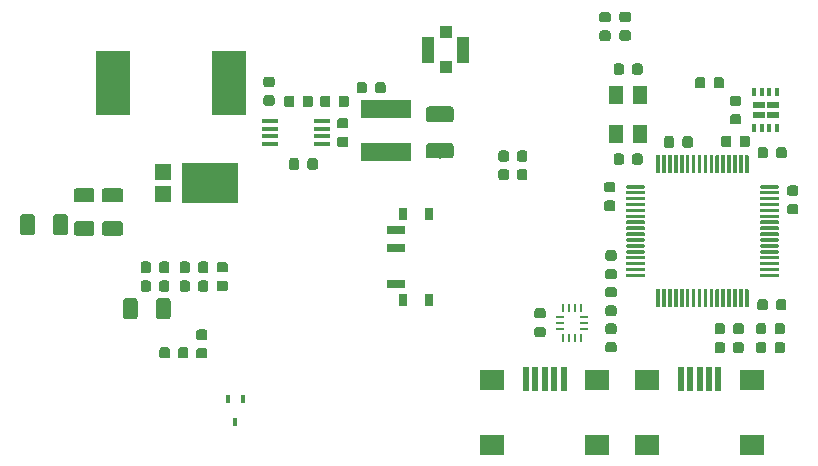
<source format=gbr>
G04 #@! TF.GenerationSoftware,KiCad,Pcbnew,5.99.0-unknown-529461e~100~ubuntu18.04.1*
G04 #@! TF.CreationDate,2019-11-06T10:36:20+01:00*
G04 #@! TF.ProjectId,f9p_board,6639705f-626f-4617-9264-2e6b69636164,rev?*
G04 #@! TF.SameCoordinates,Original*
G04 #@! TF.FileFunction,Paste,Top*
G04 #@! TF.FilePolarity,Positive*
%FSLAX46Y46*%
G04 Gerber Fmt 4.6, Leading zero omitted, Abs format (unit mm)*
G04 Created by KiCad (PCBNEW 5.99.0-unknown-529461e~100~ubuntu18.04.1) date 2019-11-06 10:36:20*
%MOMM*%
%LPD*%
G04 APERTURE LIST*
%ADD10C,0.100000*%
%ADD11R,2.900000X5.400000*%
%ADD12R,0.800000X1.000000*%
%ADD13R,1.500000X0.700000*%
%ADD14C,0.875000*%
%ADD15C,1.250000*%
%ADD16R,0.450000X0.700000*%
%ADD17R,1.400000X1.390000*%
%ADD18R,4.860000X3.360000*%
%ADD19R,1.000000X1.000000*%
%ADD20R,1.050000X2.200000*%
%ADD21R,1.000000X0.600000*%
%ADD22R,0.350000X0.650000*%
%ADD23R,0.250000X0.675000*%
%ADD24R,0.675000X0.250000*%
%ADD25R,1.300000X1.600000*%
%ADD26R,1.450000X0.450000*%
%ADD27C,0.300000*%
%ADD28R,4.200000X1.500000*%
%ADD29R,2.000000X1.700000*%
%ADD30R,0.500000X2.000000*%
%ADD31C,1.325000*%
G04 APERTURE END LIST*
D10*
G36*
X65416000Y-70560000D02*
G01*
X62336000Y-70560000D01*
X62336000Y-68440000D01*
X65416000Y-68440000D01*
X65416000Y-70560000D01*
X65416000Y-70560000D01*
G37*
D11*
X55600000Y-61000000D03*
X65500000Y-61000000D03*
D12*
X80220000Y-79400000D03*
X80220000Y-72100000D03*
X82430000Y-72100000D03*
X82430000Y-79400000D03*
D13*
X79570000Y-73500000D03*
X79570000Y-75000000D03*
X79570000Y-78000000D03*
D10*
G36*
X90589962Y-68291651D02*
G01*
X90660930Y-68339070D01*
X90708349Y-68410038D01*
X90725000Y-68493750D01*
X90725000Y-69006250D01*
X90708349Y-69089962D01*
X90660930Y-69160930D01*
X90589962Y-69208349D01*
X90506250Y-69225000D01*
X90068750Y-69225000D01*
X89985038Y-69208349D01*
X89914070Y-69160930D01*
X89866651Y-69089962D01*
X89850000Y-69006250D01*
X89850000Y-68493750D01*
X89866651Y-68410038D01*
X89914070Y-68339070D01*
X89985038Y-68291651D01*
X90068750Y-68275000D01*
X90506250Y-68275000D01*
X90589962Y-68291651D01*
X90589962Y-68291651D01*
G37*
D14*
X90287500Y-68750000D03*
D10*
G36*
X89014962Y-68291651D02*
G01*
X89085930Y-68339070D01*
X89133349Y-68410038D01*
X89150000Y-68493750D01*
X89150000Y-69006250D01*
X89133349Y-69089962D01*
X89085930Y-69160930D01*
X89014962Y-69208349D01*
X88931250Y-69225000D01*
X88493750Y-69225000D01*
X88410038Y-69208349D01*
X88339070Y-69160930D01*
X88291651Y-69089962D01*
X88275000Y-69006250D01*
X88275000Y-68493750D01*
X88291651Y-68410038D01*
X88339070Y-68339070D01*
X88410038Y-68291651D01*
X88493750Y-68275000D01*
X88931250Y-68275000D01*
X89014962Y-68291651D01*
X89014962Y-68291651D01*
G37*
D14*
X88712500Y-68750000D03*
D10*
G36*
X90589962Y-66741651D02*
G01*
X90660930Y-66789070D01*
X90708349Y-66860038D01*
X90725000Y-66943750D01*
X90725000Y-67456250D01*
X90708349Y-67539962D01*
X90660930Y-67610930D01*
X90589962Y-67658349D01*
X90506250Y-67675000D01*
X90068750Y-67675000D01*
X89985038Y-67658349D01*
X89914070Y-67610930D01*
X89866651Y-67539962D01*
X89850000Y-67456250D01*
X89850000Y-66943750D01*
X89866651Y-66860038D01*
X89914070Y-66789070D01*
X89985038Y-66741651D01*
X90068750Y-66725000D01*
X90506250Y-66725000D01*
X90589962Y-66741651D01*
X90589962Y-66741651D01*
G37*
D14*
X90287500Y-67200000D03*
D10*
G36*
X89014962Y-66741651D02*
G01*
X89085930Y-66789070D01*
X89133349Y-66860038D01*
X89150000Y-66943750D01*
X89150000Y-67456250D01*
X89133349Y-67539962D01*
X89085930Y-67610930D01*
X89014962Y-67658349D01*
X88931250Y-67675000D01*
X88493750Y-67675000D01*
X88410038Y-67658349D01*
X88339070Y-67610930D01*
X88291651Y-67539962D01*
X88275000Y-67456250D01*
X88275000Y-66943750D01*
X88291651Y-66860038D01*
X88339070Y-66789070D01*
X88410038Y-66741651D01*
X88493750Y-66725000D01*
X88931250Y-66725000D01*
X89014962Y-66741651D01*
X89014962Y-66741651D01*
G37*
D14*
X88712500Y-67200000D03*
D10*
G36*
X60370671Y-79244030D02*
G01*
X60451777Y-79298223D01*
X60505970Y-79379329D01*
X60525000Y-79475000D01*
X60525000Y-80725000D01*
X60505970Y-80820671D01*
X60451777Y-80901777D01*
X60370671Y-80955970D01*
X60275000Y-80975000D01*
X59525000Y-80975000D01*
X59429329Y-80955970D01*
X59348223Y-80901777D01*
X59294030Y-80820671D01*
X59275000Y-80725000D01*
X59275000Y-79475000D01*
X59294030Y-79379329D01*
X59348223Y-79298223D01*
X59429329Y-79244030D01*
X59525000Y-79225000D01*
X60275000Y-79225000D01*
X60370671Y-79244030D01*
X60370671Y-79244030D01*
G37*
D15*
X59900000Y-80100000D03*
D10*
G36*
X57570671Y-79244030D02*
G01*
X57651777Y-79298223D01*
X57705970Y-79379329D01*
X57725000Y-79475000D01*
X57725000Y-80725000D01*
X57705970Y-80820671D01*
X57651777Y-80901777D01*
X57570671Y-80955970D01*
X57475000Y-80975000D01*
X56725000Y-80975000D01*
X56629329Y-80955970D01*
X56548223Y-80901777D01*
X56494030Y-80820671D01*
X56475000Y-80725000D01*
X56475000Y-79475000D01*
X56494030Y-79379329D01*
X56548223Y-79298223D01*
X56629329Y-79244030D01*
X56725000Y-79225000D01*
X57475000Y-79225000D01*
X57570671Y-79244030D01*
X57570671Y-79244030D01*
G37*
D15*
X57100000Y-80100000D03*
D16*
X66000000Y-89750000D03*
X65350000Y-87750000D03*
X66650000Y-87750000D03*
D10*
G36*
X61889962Y-83391651D02*
G01*
X61960930Y-83439070D01*
X62008349Y-83510038D01*
X62025000Y-83593750D01*
X62025000Y-84106250D01*
X62008349Y-84189962D01*
X61960930Y-84260930D01*
X61889962Y-84308349D01*
X61806250Y-84325000D01*
X61368750Y-84325000D01*
X61285038Y-84308349D01*
X61214070Y-84260930D01*
X61166651Y-84189962D01*
X61150000Y-84106250D01*
X61150000Y-83593750D01*
X61166651Y-83510038D01*
X61214070Y-83439070D01*
X61285038Y-83391651D01*
X61368750Y-83375000D01*
X61806250Y-83375000D01*
X61889962Y-83391651D01*
X61889962Y-83391651D01*
G37*
D14*
X61587500Y-83850000D03*
D10*
G36*
X60314962Y-83391651D02*
G01*
X60385930Y-83439070D01*
X60433349Y-83510038D01*
X60450000Y-83593750D01*
X60450000Y-84106250D01*
X60433349Y-84189962D01*
X60385930Y-84260930D01*
X60314962Y-84308349D01*
X60231250Y-84325000D01*
X59793750Y-84325000D01*
X59710038Y-84308349D01*
X59639070Y-84260930D01*
X59591651Y-84189962D01*
X59575000Y-84106250D01*
X59575000Y-83593750D01*
X59591651Y-83510038D01*
X59639070Y-83439070D01*
X59710038Y-83391651D01*
X59793750Y-83375000D01*
X60231250Y-83375000D01*
X60314962Y-83391651D01*
X60314962Y-83391651D01*
G37*
D14*
X60012500Y-83850000D03*
D17*
X59894000Y-68580000D03*
X59894000Y-70420000D03*
D18*
X63876000Y-69500000D03*
D10*
G36*
X63489962Y-81891651D02*
G01*
X63560930Y-81939070D01*
X63608349Y-82010038D01*
X63625000Y-82093750D01*
X63625000Y-82531250D01*
X63608349Y-82614962D01*
X63560930Y-82685930D01*
X63489962Y-82733349D01*
X63406250Y-82750000D01*
X62893750Y-82750000D01*
X62810038Y-82733349D01*
X62739070Y-82685930D01*
X62691651Y-82614962D01*
X62675000Y-82531250D01*
X62675000Y-82093750D01*
X62691651Y-82010038D01*
X62739070Y-81939070D01*
X62810038Y-81891651D01*
X62893750Y-81875000D01*
X63406250Y-81875000D01*
X63489962Y-81891651D01*
X63489962Y-81891651D01*
G37*
D14*
X63150000Y-82312500D03*
D10*
G36*
X63489962Y-83466651D02*
G01*
X63560930Y-83514070D01*
X63608349Y-83585038D01*
X63625000Y-83668750D01*
X63625000Y-84106250D01*
X63608349Y-84189962D01*
X63560930Y-84260930D01*
X63489962Y-84308349D01*
X63406250Y-84325000D01*
X62893750Y-84325000D01*
X62810038Y-84308349D01*
X62739070Y-84260930D01*
X62691651Y-84189962D01*
X62675000Y-84106250D01*
X62675000Y-83668750D01*
X62691651Y-83585038D01*
X62739070Y-83514070D01*
X62810038Y-83466651D01*
X62893750Y-83450000D01*
X63406250Y-83450000D01*
X63489962Y-83466651D01*
X63489962Y-83466651D01*
G37*
D14*
X63150000Y-83887500D03*
D10*
G36*
X65239962Y-77766651D02*
G01*
X65310930Y-77814070D01*
X65358349Y-77885038D01*
X65375000Y-77968750D01*
X65375000Y-78406250D01*
X65358349Y-78489962D01*
X65310930Y-78560930D01*
X65239962Y-78608349D01*
X65156250Y-78625000D01*
X64643750Y-78625000D01*
X64560038Y-78608349D01*
X64489070Y-78560930D01*
X64441651Y-78489962D01*
X64425000Y-78406250D01*
X64425000Y-77968750D01*
X64441651Y-77885038D01*
X64489070Y-77814070D01*
X64560038Y-77766651D01*
X64643750Y-77750000D01*
X65156250Y-77750000D01*
X65239962Y-77766651D01*
X65239962Y-77766651D01*
G37*
D14*
X64900000Y-78187500D03*
D10*
G36*
X65239962Y-76191651D02*
G01*
X65310930Y-76239070D01*
X65358349Y-76310038D01*
X65375000Y-76393750D01*
X65375000Y-76831250D01*
X65358349Y-76914962D01*
X65310930Y-76985930D01*
X65239962Y-77033349D01*
X65156250Y-77050000D01*
X64643750Y-77050000D01*
X64560038Y-77033349D01*
X64489070Y-76985930D01*
X64441651Y-76914962D01*
X64425000Y-76831250D01*
X64425000Y-76393750D01*
X64441651Y-76310038D01*
X64489070Y-76239070D01*
X64560038Y-76191651D01*
X64643750Y-76175000D01*
X65156250Y-76175000D01*
X65239962Y-76191651D01*
X65239962Y-76191651D01*
G37*
D14*
X64900000Y-76612500D03*
D10*
G36*
X60289962Y-77741651D02*
G01*
X60360930Y-77789070D01*
X60408349Y-77860038D01*
X60425000Y-77943750D01*
X60425000Y-78456250D01*
X60408349Y-78539962D01*
X60360930Y-78610930D01*
X60289962Y-78658349D01*
X60206250Y-78675000D01*
X59768750Y-78675000D01*
X59685038Y-78658349D01*
X59614070Y-78610930D01*
X59566651Y-78539962D01*
X59550000Y-78456250D01*
X59550000Y-77943750D01*
X59566651Y-77860038D01*
X59614070Y-77789070D01*
X59685038Y-77741651D01*
X59768750Y-77725000D01*
X60206250Y-77725000D01*
X60289962Y-77741651D01*
X60289962Y-77741651D01*
G37*
D14*
X59987500Y-78200000D03*
D10*
G36*
X58714962Y-77741651D02*
G01*
X58785930Y-77789070D01*
X58833349Y-77860038D01*
X58850000Y-77943750D01*
X58850000Y-78456250D01*
X58833349Y-78539962D01*
X58785930Y-78610930D01*
X58714962Y-78658349D01*
X58631250Y-78675000D01*
X58193750Y-78675000D01*
X58110038Y-78658349D01*
X58039070Y-78610930D01*
X57991651Y-78539962D01*
X57975000Y-78456250D01*
X57975000Y-77943750D01*
X57991651Y-77860038D01*
X58039070Y-77789070D01*
X58110038Y-77741651D01*
X58193750Y-77725000D01*
X58631250Y-77725000D01*
X58714962Y-77741651D01*
X58714962Y-77741651D01*
G37*
D14*
X58412500Y-78200000D03*
D10*
G36*
X62014962Y-76141651D02*
G01*
X62085930Y-76189070D01*
X62133349Y-76260038D01*
X62150000Y-76343750D01*
X62150000Y-76856250D01*
X62133349Y-76939962D01*
X62085930Y-77010930D01*
X62014962Y-77058349D01*
X61931250Y-77075000D01*
X61493750Y-77075000D01*
X61410038Y-77058349D01*
X61339070Y-77010930D01*
X61291651Y-76939962D01*
X61275000Y-76856250D01*
X61275000Y-76343750D01*
X61291651Y-76260038D01*
X61339070Y-76189070D01*
X61410038Y-76141651D01*
X61493750Y-76125000D01*
X61931250Y-76125000D01*
X62014962Y-76141651D01*
X62014962Y-76141651D01*
G37*
D14*
X61712500Y-76600000D03*
D10*
G36*
X63589962Y-76141651D02*
G01*
X63660930Y-76189070D01*
X63708349Y-76260038D01*
X63725000Y-76343750D01*
X63725000Y-76856250D01*
X63708349Y-76939962D01*
X63660930Y-77010930D01*
X63589962Y-77058349D01*
X63506250Y-77075000D01*
X63068750Y-77075000D01*
X62985038Y-77058349D01*
X62914070Y-77010930D01*
X62866651Y-76939962D01*
X62850000Y-76856250D01*
X62850000Y-76343750D01*
X62866651Y-76260038D01*
X62914070Y-76189070D01*
X62985038Y-76141651D01*
X63068750Y-76125000D01*
X63506250Y-76125000D01*
X63589962Y-76141651D01*
X63589962Y-76141651D01*
G37*
D14*
X63287500Y-76600000D03*
D10*
G36*
X62014962Y-77741651D02*
G01*
X62085930Y-77789070D01*
X62133349Y-77860038D01*
X62150000Y-77943750D01*
X62150000Y-78456250D01*
X62133349Y-78539962D01*
X62085930Y-78610930D01*
X62014962Y-78658349D01*
X61931250Y-78675000D01*
X61493750Y-78675000D01*
X61410038Y-78658349D01*
X61339070Y-78610930D01*
X61291651Y-78539962D01*
X61275000Y-78456250D01*
X61275000Y-77943750D01*
X61291651Y-77860038D01*
X61339070Y-77789070D01*
X61410038Y-77741651D01*
X61493750Y-77725000D01*
X61931250Y-77725000D01*
X62014962Y-77741651D01*
X62014962Y-77741651D01*
G37*
D14*
X61712500Y-78200000D03*
D10*
G36*
X63589962Y-77741651D02*
G01*
X63660930Y-77789070D01*
X63708349Y-77860038D01*
X63725000Y-77943750D01*
X63725000Y-78456250D01*
X63708349Y-78539962D01*
X63660930Y-78610930D01*
X63589962Y-78658349D01*
X63506250Y-78675000D01*
X63068750Y-78675000D01*
X62985038Y-78658349D01*
X62914070Y-78610930D01*
X62866651Y-78539962D01*
X62850000Y-78456250D01*
X62850000Y-77943750D01*
X62866651Y-77860038D01*
X62914070Y-77789070D01*
X62985038Y-77741651D01*
X63068750Y-77725000D01*
X63506250Y-77725000D01*
X63589962Y-77741651D01*
X63589962Y-77741651D01*
G37*
D14*
X63287500Y-78200000D03*
D10*
G36*
X56320671Y-69894030D02*
G01*
X56401777Y-69948223D01*
X56455970Y-70029329D01*
X56475000Y-70125000D01*
X56475000Y-70875000D01*
X56455970Y-70970671D01*
X56401777Y-71051777D01*
X56320671Y-71105970D01*
X56225000Y-71125000D01*
X54975000Y-71125000D01*
X54879329Y-71105970D01*
X54798223Y-71051777D01*
X54744030Y-70970671D01*
X54725000Y-70875000D01*
X54725000Y-70125000D01*
X54744030Y-70029329D01*
X54798223Y-69948223D01*
X54879329Y-69894030D01*
X54975000Y-69875000D01*
X56225000Y-69875000D01*
X56320671Y-69894030D01*
X56320671Y-69894030D01*
G37*
D15*
X55600000Y-70500000D03*
D10*
G36*
X56320671Y-72694030D02*
G01*
X56401777Y-72748223D01*
X56455970Y-72829329D01*
X56475000Y-72925000D01*
X56475000Y-73675000D01*
X56455970Y-73770671D01*
X56401777Y-73851777D01*
X56320671Y-73905970D01*
X56225000Y-73925000D01*
X54975000Y-73925000D01*
X54879329Y-73905970D01*
X54798223Y-73851777D01*
X54744030Y-73770671D01*
X54725000Y-73675000D01*
X54725000Y-72925000D01*
X54744030Y-72829329D01*
X54798223Y-72748223D01*
X54879329Y-72694030D01*
X54975000Y-72675000D01*
X56225000Y-72675000D01*
X56320671Y-72694030D01*
X56320671Y-72694030D01*
G37*
D15*
X55600000Y-73300000D03*
D10*
G36*
X53920671Y-69894030D02*
G01*
X54001777Y-69948223D01*
X54055970Y-70029329D01*
X54075000Y-70125000D01*
X54075000Y-70875000D01*
X54055970Y-70970671D01*
X54001777Y-71051777D01*
X53920671Y-71105970D01*
X53825000Y-71125000D01*
X52575000Y-71125000D01*
X52479329Y-71105970D01*
X52398223Y-71051777D01*
X52344030Y-70970671D01*
X52325000Y-70875000D01*
X52325000Y-70125000D01*
X52344030Y-70029329D01*
X52398223Y-69948223D01*
X52479329Y-69894030D01*
X52575000Y-69875000D01*
X53825000Y-69875000D01*
X53920671Y-69894030D01*
X53920671Y-69894030D01*
G37*
D15*
X53200000Y-70500000D03*
D10*
G36*
X53920671Y-72694030D02*
G01*
X54001777Y-72748223D01*
X54055970Y-72829329D01*
X54075000Y-72925000D01*
X54075000Y-73675000D01*
X54055970Y-73770671D01*
X54001777Y-73851777D01*
X53920671Y-73905970D01*
X53825000Y-73925000D01*
X52575000Y-73925000D01*
X52479329Y-73905970D01*
X52398223Y-73851777D01*
X52344030Y-73770671D01*
X52325000Y-73675000D01*
X52325000Y-72925000D01*
X52344030Y-72829329D01*
X52398223Y-72748223D01*
X52479329Y-72694030D01*
X52575000Y-72675000D01*
X53825000Y-72675000D01*
X53920671Y-72694030D01*
X53920671Y-72694030D01*
G37*
D15*
X53200000Y-73300000D03*
D10*
G36*
X48870671Y-72144030D02*
G01*
X48951777Y-72198223D01*
X49005970Y-72279329D01*
X49025000Y-72375000D01*
X49025000Y-73625000D01*
X49005970Y-73720671D01*
X48951777Y-73801777D01*
X48870671Y-73855970D01*
X48775000Y-73875000D01*
X48025000Y-73875000D01*
X47929329Y-73855970D01*
X47848223Y-73801777D01*
X47794030Y-73720671D01*
X47775000Y-73625000D01*
X47775000Y-72375000D01*
X47794030Y-72279329D01*
X47848223Y-72198223D01*
X47929329Y-72144030D01*
X48025000Y-72125000D01*
X48775000Y-72125000D01*
X48870671Y-72144030D01*
X48870671Y-72144030D01*
G37*
D15*
X48400000Y-73000000D03*
D10*
G36*
X51670671Y-72144030D02*
G01*
X51751777Y-72198223D01*
X51805970Y-72279329D01*
X51825000Y-72375000D01*
X51825000Y-73625000D01*
X51805970Y-73720671D01*
X51751777Y-73801777D01*
X51670671Y-73855970D01*
X51575000Y-73875000D01*
X50825000Y-73875000D01*
X50729329Y-73855970D01*
X50648223Y-73801777D01*
X50594030Y-73720671D01*
X50575000Y-73625000D01*
X50575000Y-72375000D01*
X50594030Y-72279329D01*
X50648223Y-72198223D01*
X50729329Y-72144030D01*
X50825000Y-72125000D01*
X51575000Y-72125000D01*
X51670671Y-72144030D01*
X51670671Y-72144030D01*
G37*
D15*
X51200000Y-73000000D03*
D10*
G36*
X60289962Y-76141651D02*
G01*
X60360930Y-76189070D01*
X60408349Y-76260038D01*
X60425000Y-76343750D01*
X60425000Y-76856250D01*
X60408349Y-76939962D01*
X60360930Y-77010930D01*
X60289962Y-77058349D01*
X60206250Y-77075000D01*
X59768750Y-77075000D01*
X59685038Y-77058349D01*
X59614070Y-77010930D01*
X59566651Y-76939962D01*
X59550000Y-76856250D01*
X59550000Y-76343750D01*
X59566651Y-76260038D01*
X59614070Y-76189070D01*
X59685038Y-76141651D01*
X59768750Y-76125000D01*
X60206250Y-76125000D01*
X60289962Y-76141651D01*
X60289962Y-76141651D01*
G37*
D14*
X59987500Y-76600000D03*
D10*
G36*
X58714962Y-76141651D02*
G01*
X58785930Y-76189070D01*
X58833349Y-76260038D01*
X58850000Y-76343750D01*
X58850000Y-76856250D01*
X58833349Y-76939962D01*
X58785930Y-77010930D01*
X58714962Y-77058349D01*
X58631250Y-77075000D01*
X58193750Y-77075000D01*
X58110038Y-77058349D01*
X58039070Y-77010930D01*
X57991651Y-76939962D01*
X57975000Y-76856250D01*
X57975000Y-76343750D01*
X57991651Y-76260038D01*
X58039070Y-76189070D01*
X58110038Y-76141651D01*
X58193750Y-76125000D01*
X58631250Y-76125000D01*
X58714962Y-76141651D01*
X58714962Y-76141651D01*
G37*
D14*
X58412500Y-76600000D03*
D19*
X83800000Y-56700000D03*
X83800000Y-59700000D03*
D20*
X82325000Y-58200000D03*
X85275000Y-58200000D03*
D10*
G36*
X112539962Y-66441651D02*
G01*
X112610930Y-66489070D01*
X112658349Y-66560038D01*
X112675000Y-66643750D01*
X112675000Y-67156250D01*
X112658349Y-67239962D01*
X112610930Y-67310930D01*
X112539962Y-67358349D01*
X112456250Y-67375000D01*
X112018750Y-67375000D01*
X111935038Y-67358349D01*
X111864070Y-67310930D01*
X111816651Y-67239962D01*
X111800000Y-67156250D01*
X111800000Y-66643750D01*
X111816651Y-66560038D01*
X111864070Y-66489070D01*
X111935038Y-66441651D01*
X112018750Y-66425000D01*
X112456250Y-66425000D01*
X112539962Y-66441651D01*
X112539962Y-66441651D01*
G37*
D14*
X112237500Y-66900000D03*
D10*
G36*
X110964962Y-66441651D02*
G01*
X111035930Y-66489070D01*
X111083349Y-66560038D01*
X111100000Y-66643750D01*
X111100000Y-67156250D01*
X111083349Y-67239962D01*
X111035930Y-67310930D01*
X110964962Y-67358349D01*
X110881250Y-67375000D01*
X110443750Y-67375000D01*
X110360038Y-67358349D01*
X110289070Y-67310930D01*
X110241651Y-67239962D01*
X110225000Y-67156250D01*
X110225000Y-66643750D01*
X110241651Y-66560038D01*
X110289070Y-66489070D01*
X110360038Y-66441651D01*
X110443750Y-66425000D01*
X110881250Y-66425000D01*
X110964962Y-66441651D01*
X110964962Y-66441651D01*
G37*
D14*
X110662500Y-66900000D03*
D10*
G36*
X97639962Y-56584271D02*
G01*
X97710930Y-56631690D01*
X97758349Y-56702658D01*
X97775000Y-56786370D01*
X97775000Y-57223870D01*
X97758349Y-57307582D01*
X97710930Y-57378550D01*
X97639962Y-57425969D01*
X97556250Y-57442620D01*
X97043750Y-57442620D01*
X96960038Y-57425969D01*
X96889070Y-57378550D01*
X96841651Y-57307582D01*
X96825000Y-57223870D01*
X96825000Y-56786370D01*
X96841651Y-56702658D01*
X96889070Y-56631690D01*
X96960038Y-56584271D01*
X97043750Y-56567620D01*
X97556250Y-56567620D01*
X97639962Y-56584271D01*
X97639962Y-56584271D01*
G37*
D14*
X97300000Y-57005120D03*
D10*
G36*
X97639962Y-55009271D02*
G01*
X97710930Y-55056690D01*
X97758349Y-55127658D01*
X97775000Y-55211370D01*
X97775000Y-55648870D01*
X97758349Y-55732582D01*
X97710930Y-55803550D01*
X97639962Y-55850969D01*
X97556250Y-55867620D01*
X97043750Y-55867620D01*
X96960038Y-55850969D01*
X96889070Y-55803550D01*
X96841651Y-55732582D01*
X96825000Y-55648870D01*
X96825000Y-55211370D01*
X96841651Y-55127658D01*
X96889070Y-55056690D01*
X96960038Y-55009271D01*
X97043750Y-54992620D01*
X97556250Y-54992620D01*
X97639962Y-55009271D01*
X97639962Y-55009271D01*
G37*
D14*
X97300000Y-55430120D03*
D10*
G36*
X99339962Y-56566651D02*
G01*
X99410930Y-56614070D01*
X99458349Y-56685038D01*
X99475000Y-56768750D01*
X99475000Y-57206250D01*
X99458349Y-57289962D01*
X99410930Y-57360930D01*
X99339962Y-57408349D01*
X99256250Y-57425000D01*
X98743750Y-57425000D01*
X98660038Y-57408349D01*
X98589070Y-57360930D01*
X98541651Y-57289962D01*
X98525000Y-57206250D01*
X98525000Y-56768750D01*
X98541651Y-56685038D01*
X98589070Y-56614070D01*
X98660038Y-56566651D01*
X98743750Y-56550000D01*
X99256250Y-56550000D01*
X99339962Y-56566651D01*
X99339962Y-56566651D01*
G37*
D14*
X99000000Y-56987500D03*
D10*
G36*
X99339962Y-54991651D02*
G01*
X99410930Y-55039070D01*
X99458349Y-55110038D01*
X99475000Y-55193750D01*
X99475000Y-55631250D01*
X99458349Y-55714962D01*
X99410930Y-55785930D01*
X99339962Y-55833349D01*
X99256250Y-55850000D01*
X98743750Y-55850000D01*
X98660038Y-55833349D01*
X98589070Y-55785930D01*
X98541651Y-55714962D01*
X98525000Y-55631250D01*
X98525000Y-55193750D01*
X98541651Y-55110038D01*
X98589070Y-55039070D01*
X98660038Y-54991651D01*
X98743750Y-54975000D01*
X99256250Y-54975000D01*
X99339962Y-54991651D01*
X99339962Y-54991651D01*
G37*
D14*
X99000000Y-55412500D03*
D10*
G36*
X98139962Y-81391651D02*
G01*
X98210930Y-81439070D01*
X98258349Y-81510038D01*
X98275000Y-81593750D01*
X98275000Y-82031250D01*
X98258349Y-82114962D01*
X98210930Y-82185930D01*
X98139962Y-82233349D01*
X98056250Y-82250000D01*
X97543750Y-82250000D01*
X97460038Y-82233349D01*
X97389070Y-82185930D01*
X97341651Y-82114962D01*
X97325000Y-82031250D01*
X97325000Y-81593750D01*
X97341651Y-81510038D01*
X97389070Y-81439070D01*
X97460038Y-81391651D01*
X97543750Y-81375000D01*
X98056250Y-81375000D01*
X98139962Y-81391651D01*
X98139962Y-81391651D01*
G37*
D14*
X97800000Y-81812500D03*
D10*
G36*
X98139962Y-82966651D02*
G01*
X98210930Y-83014070D01*
X98258349Y-83085038D01*
X98275000Y-83168750D01*
X98275000Y-83606250D01*
X98258349Y-83689962D01*
X98210930Y-83760930D01*
X98139962Y-83808349D01*
X98056250Y-83825000D01*
X97543750Y-83825000D01*
X97460038Y-83808349D01*
X97389070Y-83760930D01*
X97341651Y-83689962D01*
X97325000Y-83606250D01*
X97325000Y-83168750D01*
X97341651Y-83085038D01*
X97389070Y-83014070D01*
X97460038Y-82966651D01*
X97543750Y-82950000D01*
X98056250Y-82950000D01*
X98139962Y-82966651D01*
X98139962Y-82966651D01*
G37*
D14*
X97800000Y-83387500D03*
D10*
G36*
X98139962Y-79866651D02*
G01*
X98210930Y-79914070D01*
X98258349Y-79985038D01*
X98275000Y-80068750D01*
X98275000Y-80506250D01*
X98258349Y-80589962D01*
X98210930Y-80660930D01*
X98139962Y-80708349D01*
X98056250Y-80725000D01*
X97543750Y-80725000D01*
X97460038Y-80708349D01*
X97389070Y-80660930D01*
X97341651Y-80589962D01*
X97325000Y-80506250D01*
X97325000Y-80068750D01*
X97341651Y-79985038D01*
X97389070Y-79914070D01*
X97460038Y-79866651D01*
X97543750Y-79850000D01*
X98056250Y-79850000D01*
X98139962Y-79866651D01*
X98139962Y-79866651D01*
G37*
D14*
X97800000Y-80287500D03*
D10*
G36*
X98139962Y-78291651D02*
G01*
X98210930Y-78339070D01*
X98258349Y-78410038D01*
X98275000Y-78493750D01*
X98275000Y-78931250D01*
X98258349Y-79014962D01*
X98210930Y-79085930D01*
X98139962Y-79133349D01*
X98056250Y-79150000D01*
X97543750Y-79150000D01*
X97460038Y-79133349D01*
X97389070Y-79085930D01*
X97341651Y-79014962D01*
X97325000Y-78931250D01*
X97325000Y-78493750D01*
X97341651Y-78410038D01*
X97389070Y-78339070D01*
X97460038Y-78291651D01*
X97543750Y-78275000D01*
X98056250Y-78275000D01*
X98139962Y-78291651D01*
X98139962Y-78291651D01*
G37*
D14*
X97800000Y-78712500D03*
D10*
G36*
X92139962Y-81666651D02*
G01*
X92210930Y-81714070D01*
X92258349Y-81785038D01*
X92275000Y-81868750D01*
X92275000Y-82306250D01*
X92258349Y-82389962D01*
X92210930Y-82460930D01*
X92139962Y-82508349D01*
X92056250Y-82525000D01*
X91543750Y-82525000D01*
X91460038Y-82508349D01*
X91389070Y-82460930D01*
X91341651Y-82389962D01*
X91325000Y-82306250D01*
X91325000Y-81868750D01*
X91341651Y-81785038D01*
X91389070Y-81714070D01*
X91460038Y-81666651D01*
X91543750Y-81650000D01*
X92056250Y-81650000D01*
X92139962Y-81666651D01*
X92139962Y-81666651D01*
G37*
D14*
X91800000Y-82087500D03*
D10*
G36*
X92139962Y-80091651D02*
G01*
X92210930Y-80139070D01*
X92258349Y-80210038D01*
X92275000Y-80293750D01*
X92275000Y-80731250D01*
X92258349Y-80814962D01*
X92210930Y-80885930D01*
X92139962Y-80933349D01*
X92056250Y-80950000D01*
X91543750Y-80950000D01*
X91460038Y-80933349D01*
X91389070Y-80885930D01*
X91341651Y-80814962D01*
X91325000Y-80731250D01*
X91325000Y-80293750D01*
X91341651Y-80210038D01*
X91389070Y-80139070D01*
X91460038Y-80091651D01*
X91543750Y-80075000D01*
X92056250Y-80075000D01*
X92139962Y-80091651D01*
X92139962Y-80091651D01*
G37*
D14*
X91800000Y-80512500D03*
D10*
G36*
X107239962Y-60541651D02*
G01*
X107310930Y-60589070D01*
X107358349Y-60660038D01*
X107375000Y-60743750D01*
X107375000Y-61256250D01*
X107358349Y-61339962D01*
X107310930Y-61410930D01*
X107239962Y-61458349D01*
X107156250Y-61475000D01*
X106718750Y-61475000D01*
X106635038Y-61458349D01*
X106564070Y-61410930D01*
X106516651Y-61339962D01*
X106500000Y-61256250D01*
X106500000Y-60743750D01*
X106516651Y-60660038D01*
X106564070Y-60589070D01*
X106635038Y-60541651D01*
X106718750Y-60525000D01*
X107156250Y-60525000D01*
X107239962Y-60541651D01*
X107239962Y-60541651D01*
G37*
D14*
X106937500Y-61000000D03*
D10*
G36*
X105664962Y-60541651D02*
G01*
X105735930Y-60589070D01*
X105783349Y-60660038D01*
X105800000Y-60743750D01*
X105800000Y-61256250D01*
X105783349Y-61339962D01*
X105735930Y-61410930D01*
X105664962Y-61458349D01*
X105581250Y-61475000D01*
X105143750Y-61475000D01*
X105060038Y-61458349D01*
X104989070Y-61410930D01*
X104941651Y-61339962D01*
X104925000Y-61256250D01*
X104925000Y-60743750D01*
X104941651Y-60660038D01*
X104989070Y-60589070D01*
X105060038Y-60541651D01*
X105143750Y-60525000D01*
X105581250Y-60525000D01*
X105664962Y-60541651D01*
X105664962Y-60541651D01*
G37*
D14*
X105362500Y-61000000D03*
D10*
G36*
X108689962Y-63666651D02*
G01*
X108760930Y-63714070D01*
X108808349Y-63785038D01*
X108825000Y-63868750D01*
X108825000Y-64306250D01*
X108808349Y-64389962D01*
X108760930Y-64460930D01*
X108689962Y-64508349D01*
X108606250Y-64525000D01*
X108093750Y-64525000D01*
X108010038Y-64508349D01*
X107939070Y-64460930D01*
X107891651Y-64389962D01*
X107875000Y-64306250D01*
X107875000Y-63868750D01*
X107891651Y-63785038D01*
X107939070Y-63714070D01*
X108010038Y-63666651D01*
X108093750Y-63650000D01*
X108606250Y-63650000D01*
X108689962Y-63666651D01*
X108689962Y-63666651D01*
G37*
D14*
X108350000Y-64087500D03*
D10*
G36*
X108689962Y-62091651D02*
G01*
X108760930Y-62139070D01*
X108808349Y-62210038D01*
X108825000Y-62293750D01*
X108825000Y-62731250D01*
X108808349Y-62814962D01*
X108760930Y-62885930D01*
X108689962Y-62933349D01*
X108606250Y-62950000D01*
X108093750Y-62950000D01*
X108010038Y-62933349D01*
X107939070Y-62885930D01*
X107891651Y-62814962D01*
X107875000Y-62731250D01*
X107875000Y-62293750D01*
X107891651Y-62210038D01*
X107939070Y-62139070D01*
X108010038Y-62091651D01*
X108093750Y-62075000D01*
X108606250Y-62075000D01*
X108689962Y-62091651D01*
X108689962Y-62091651D01*
G37*
D14*
X108350000Y-62512500D03*
D21*
X110300000Y-63687500D03*
X110300000Y-62912500D03*
X111500000Y-62912500D03*
X111500000Y-63687500D03*
D22*
X109925000Y-61750000D03*
X110575000Y-61750000D03*
X111225000Y-61750000D03*
X111875000Y-61750000D03*
X111875000Y-64850000D03*
X111225000Y-64850000D03*
X110575000Y-64850000D03*
X109925000Y-64850000D03*
D23*
X95250000Y-82562500D03*
X94750000Y-82562500D03*
X94250000Y-82562500D03*
X93750000Y-82562500D03*
X93750000Y-80037500D03*
X94250000Y-80037500D03*
X94750000Y-80037500D03*
X95250000Y-80037500D03*
D24*
X93487500Y-81800000D03*
X93487500Y-81300000D03*
X93487500Y-80800000D03*
X95512500Y-81800000D03*
X95512500Y-80800000D03*
X95512500Y-81300000D03*
D10*
G36*
X112514962Y-79316651D02*
G01*
X112585930Y-79364070D01*
X112633349Y-79435038D01*
X112650000Y-79518750D01*
X112650000Y-80031250D01*
X112633349Y-80114962D01*
X112585930Y-80185930D01*
X112514962Y-80233349D01*
X112431250Y-80250000D01*
X111993750Y-80250000D01*
X111910038Y-80233349D01*
X111839070Y-80185930D01*
X111791651Y-80114962D01*
X111775000Y-80031250D01*
X111775000Y-79518750D01*
X111791651Y-79435038D01*
X111839070Y-79364070D01*
X111910038Y-79316651D01*
X111993750Y-79300000D01*
X112431250Y-79300000D01*
X112514962Y-79316651D01*
X112514962Y-79316651D01*
G37*
D14*
X112212500Y-79775000D03*
D10*
G36*
X110939962Y-79316651D02*
G01*
X111010930Y-79364070D01*
X111058349Y-79435038D01*
X111075000Y-79518750D01*
X111075000Y-80031250D01*
X111058349Y-80114962D01*
X111010930Y-80185930D01*
X110939962Y-80233349D01*
X110856250Y-80250000D01*
X110418750Y-80250000D01*
X110335038Y-80233349D01*
X110264070Y-80185930D01*
X110216651Y-80114962D01*
X110200000Y-80031250D01*
X110200000Y-79518750D01*
X110216651Y-79435038D01*
X110264070Y-79364070D01*
X110335038Y-79316651D01*
X110418750Y-79300000D01*
X110856250Y-79300000D01*
X110939962Y-79316651D01*
X110939962Y-79316651D01*
G37*
D14*
X110637500Y-79775000D03*
D10*
G36*
X104589962Y-65541651D02*
G01*
X104660930Y-65589070D01*
X104708349Y-65660038D01*
X104725000Y-65743750D01*
X104725000Y-66256250D01*
X104708349Y-66339962D01*
X104660930Y-66410930D01*
X104589962Y-66458349D01*
X104506250Y-66475000D01*
X104068750Y-66475000D01*
X103985038Y-66458349D01*
X103914070Y-66410930D01*
X103866651Y-66339962D01*
X103850000Y-66256250D01*
X103850000Y-65743750D01*
X103866651Y-65660038D01*
X103914070Y-65589070D01*
X103985038Y-65541651D01*
X104068750Y-65525000D01*
X104506250Y-65525000D01*
X104589962Y-65541651D01*
X104589962Y-65541651D01*
G37*
D14*
X104287500Y-66000000D03*
D10*
G36*
X103014962Y-65541651D02*
G01*
X103085930Y-65589070D01*
X103133349Y-65660038D01*
X103150000Y-65743750D01*
X103150000Y-66256250D01*
X103133349Y-66339962D01*
X103085930Y-66410930D01*
X103014962Y-66458349D01*
X102931250Y-66475000D01*
X102493750Y-66475000D01*
X102410038Y-66458349D01*
X102339070Y-66410930D01*
X102291651Y-66339962D01*
X102275000Y-66256250D01*
X102275000Y-65743750D01*
X102291651Y-65660038D01*
X102339070Y-65589070D01*
X102410038Y-65541651D01*
X102493750Y-65525000D01*
X102931250Y-65525000D01*
X103014962Y-65541651D01*
X103014962Y-65541651D01*
G37*
D14*
X102712500Y-66000000D03*
D10*
G36*
X113539962Y-71266651D02*
G01*
X113610930Y-71314070D01*
X113658349Y-71385038D01*
X113675000Y-71468750D01*
X113675000Y-71906250D01*
X113658349Y-71989962D01*
X113610930Y-72060930D01*
X113539962Y-72108349D01*
X113456250Y-72125000D01*
X112943750Y-72125000D01*
X112860038Y-72108349D01*
X112789070Y-72060930D01*
X112741651Y-71989962D01*
X112725000Y-71906250D01*
X112725000Y-71468750D01*
X112741651Y-71385038D01*
X112789070Y-71314070D01*
X112860038Y-71266651D01*
X112943750Y-71250000D01*
X113456250Y-71250000D01*
X113539962Y-71266651D01*
X113539962Y-71266651D01*
G37*
D14*
X113200000Y-71687500D03*
D10*
G36*
X113539962Y-69691651D02*
G01*
X113610930Y-69739070D01*
X113658349Y-69810038D01*
X113675000Y-69893750D01*
X113675000Y-70331250D01*
X113658349Y-70414962D01*
X113610930Y-70485930D01*
X113539962Y-70533349D01*
X113456250Y-70550000D01*
X112943750Y-70550000D01*
X112860038Y-70533349D01*
X112789070Y-70485930D01*
X112741651Y-70414962D01*
X112725000Y-70331250D01*
X112725000Y-69893750D01*
X112741651Y-69810038D01*
X112789070Y-69739070D01*
X112860038Y-69691651D01*
X112943750Y-69675000D01*
X113456250Y-69675000D01*
X113539962Y-69691651D01*
X113539962Y-69691651D01*
G37*
D14*
X113200000Y-70112500D03*
D10*
G36*
X98039962Y-69391651D02*
G01*
X98110930Y-69439070D01*
X98158349Y-69510038D01*
X98175000Y-69593750D01*
X98175000Y-70031250D01*
X98158349Y-70114962D01*
X98110930Y-70185930D01*
X98039962Y-70233349D01*
X97956250Y-70250000D01*
X97443750Y-70250000D01*
X97360038Y-70233349D01*
X97289070Y-70185930D01*
X97241651Y-70114962D01*
X97225000Y-70031250D01*
X97225000Y-69593750D01*
X97241651Y-69510038D01*
X97289070Y-69439070D01*
X97360038Y-69391651D01*
X97443750Y-69375000D01*
X97956250Y-69375000D01*
X98039962Y-69391651D01*
X98039962Y-69391651D01*
G37*
D14*
X97700000Y-69812500D03*
D10*
G36*
X98039962Y-70966651D02*
G01*
X98110930Y-71014070D01*
X98158349Y-71085038D01*
X98175000Y-71168750D01*
X98175000Y-71606250D01*
X98158349Y-71689962D01*
X98110930Y-71760930D01*
X98039962Y-71808349D01*
X97956250Y-71825000D01*
X97443750Y-71825000D01*
X97360038Y-71808349D01*
X97289070Y-71760930D01*
X97241651Y-71689962D01*
X97225000Y-71606250D01*
X97225000Y-71168750D01*
X97241651Y-71085038D01*
X97289070Y-71014070D01*
X97360038Y-70966651D01*
X97443750Y-70950000D01*
X97956250Y-70950000D01*
X98039962Y-70966651D01*
X98039962Y-70966651D01*
G37*
D14*
X97700000Y-71387500D03*
D10*
G36*
X109439962Y-65491651D02*
G01*
X109510930Y-65539070D01*
X109558349Y-65610038D01*
X109575000Y-65693750D01*
X109575000Y-66206250D01*
X109558349Y-66289962D01*
X109510930Y-66360930D01*
X109439962Y-66408349D01*
X109356250Y-66425000D01*
X108918750Y-66425000D01*
X108835038Y-66408349D01*
X108764070Y-66360930D01*
X108716651Y-66289962D01*
X108700000Y-66206250D01*
X108700000Y-65693750D01*
X108716651Y-65610038D01*
X108764070Y-65539070D01*
X108835038Y-65491651D01*
X108918750Y-65475000D01*
X109356250Y-65475000D01*
X109439962Y-65491651D01*
X109439962Y-65491651D01*
G37*
D14*
X109137500Y-65950000D03*
D10*
G36*
X107864962Y-65491651D02*
G01*
X107935930Y-65539070D01*
X107983349Y-65610038D01*
X108000000Y-65693750D01*
X108000000Y-66206250D01*
X107983349Y-66289962D01*
X107935930Y-66360930D01*
X107864962Y-66408349D01*
X107781250Y-66425000D01*
X107343750Y-66425000D01*
X107260038Y-66408349D01*
X107189070Y-66360930D01*
X107141651Y-66289962D01*
X107125000Y-66206250D01*
X107125000Y-65693750D01*
X107141651Y-65610038D01*
X107189070Y-65539070D01*
X107260038Y-65491651D01*
X107343750Y-65475000D01*
X107781250Y-65475000D01*
X107864962Y-65491651D01*
X107864962Y-65491651D01*
G37*
D14*
X107562500Y-65950000D03*
D10*
G36*
X98139962Y-75191651D02*
G01*
X98210930Y-75239070D01*
X98258349Y-75310038D01*
X98275000Y-75393750D01*
X98275000Y-75831250D01*
X98258349Y-75914962D01*
X98210930Y-75985930D01*
X98139962Y-76033349D01*
X98056250Y-76050000D01*
X97543750Y-76050000D01*
X97460038Y-76033349D01*
X97389070Y-75985930D01*
X97341651Y-75914962D01*
X97325000Y-75831250D01*
X97325000Y-75393750D01*
X97341651Y-75310038D01*
X97389070Y-75239070D01*
X97460038Y-75191651D01*
X97543750Y-75175000D01*
X98056250Y-75175000D01*
X98139962Y-75191651D01*
X98139962Y-75191651D01*
G37*
D14*
X97800000Y-75612500D03*
D10*
G36*
X98139962Y-76766651D02*
G01*
X98210930Y-76814070D01*
X98258349Y-76885038D01*
X98275000Y-76968750D01*
X98275000Y-77406250D01*
X98258349Y-77489962D01*
X98210930Y-77560930D01*
X98139962Y-77608349D01*
X98056250Y-77625000D01*
X97543750Y-77625000D01*
X97460038Y-77608349D01*
X97389070Y-77560930D01*
X97341651Y-77489962D01*
X97325000Y-77406250D01*
X97325000Y-76968750D01*
X97341651Y-76885038D01*
X97389070Y-76814070D01*
X97460038Y-76766651D01*
X97543750Y-76750000D01*
X98056250Y-76750000D01*
X98139962Y-76766651D01*
X98139962Y-76766651D01*
G37*
D14*
X97800000Y-77187500D03*
D25*
X100250000Y-61990000D03*
X100250000Y-65290000D03*
X98250000Y-65290000D03*
X98250000Y-61990000D03*
D10*
G36*
X98764962Y-59371651D02*
G01*
X98835930Y-59419070D01*
X98883349Y-59490038D01*
X98900000Y-59573750D01*
X98900000Y-60086250D01*
X98883349Y-60169962D01*
X98835930Y-60240930D01*
X98764962Y-60288349D01*
X98681250Y-60305000D01*
X98243750Y-60305000D01*
X98160038Y-60288349D01*
X98089070Y-60240930D01*
X98041651Y-60169962D01*
X98025000Y-60086250D01*
X98025000Y-59573750D01*
X98041651Y-59490038D01*
X98089070Y-59419070D01*
X98160038Y-59371651D01*
X98243750Y-59355000D01*
X98681250Y-59355000D01*
X98764962Y-59371651D01*
X98764962Y-59371651D01*
G37*
D14*
X98462500Y-59830000D03*
D10*
G36*
X100339962Y-59371651D02*
G01*
X100410930Y-59419070D01*
X100458349Y-59490038D01*
X100475000Y-59573750D01*
X100475000Y-60086250D01*
X100458349Y-60169962D01*
X100410930Y-60240930D01*
X100339962Y-60288349D01*
X100256250Y-60305000D01*
X99818750Y-60305000D01*
X99735038Y-60288349D01*
X99664070Y-60240930D01*
X99616651Y-60169962D01*
X99600000Y-60086250D01*
X99600000Y-59573750D01*
X99616651Y-59490038D01*
X99664070Y-59419070D01*
X99735038Y-59371651D01*
X99818750Y-59355000D01*
X100256250Y-59355000D01*
X100339962Y-59371651D01*
X100339962Y-59371651D01*
G37*
D14*
X100037500Y-59830000D03*
D10*
G36*
X100339962Y-66991651D02*
G01*
X100410930Y-67039070D01*
X100458349Y-67110038D01*
X100475000Y-67193750D01*
X100475000Y-67706250D01*
X100458349Y-67789962D01*
X100410930Y-67860930D01*
X100339962Y-67908349D01*
X100256250Y-67925000D01*
X99818750Y-67925000D01*
X99735038Y-67908349D01*
X99664070Y-67860930D01*
X99616651Y-67789962D01*
X99600000Y-67706250D01*
X99600000Y-67193750D01*
X99616651Y-67110038D01*
X99664070Y-67039070D01*
X99735038Y-66991651D01*
X99818750Y-66975000D01*
X100256250Y-66975000D01*
X100339962Y-66991651D01*
X100339962Y-66991651D01*
G37*
D14*
X100037500Y-67450000D03*
D10*
G36*
X98764962Y-66991651D02*
G01*
X98835930Y-67039070D01*
X98883349Y-67110038D01*
X98900000Y-67193750D01*
X98900000Y-67706250D01*
X98883349Y-67789962D01*
X98835930Y-67860930D01*
X98764962Y-67908349D01*
X98681250Y-67925000D01*
X98243750Y-67925000D01*
X98160038Y-67908349D01*
X98089070Y-67860930D01*
X98041651Y-67789962D01*
X98025000Y-67706250D01*
X98025000Y-67193750D01*
X98041651Y-67110038D01*
X98089070Y-67039070D01*
X98160038Y-66991651D01*
X98243750Y-66975000D01*
X98681250Y-66975000D01*
X98764962Y-66991651D01*
X98764962Y-66991651D01*
G37*
D14*
X98462500Y-67450000D03*
D10*
G36*
X107314962Y-81341651D02*
G01*
X107385930Y-81389070D01*
X107433349Y-81460038D01*
X107450000Y-81543750D01*
X107450000Y-82056250D01*
X107433349Y-82139962D01*
X107385930Y-82210930D01*
X107314962Y-82258349D01*
X107231250Y-82275000D01*
X106793750Y-82275000D01*
X106710038Y-82258349D01*
X106639070Y-82210930D01*
X106591651Y-82139962D01*
X106575000Y-82056250D01*
X106575000Y-81543750D01*
X106591651Y-81460038D01*
X106639070Y-81389070D01*
X106710038Y-81341651D01*
X106793750Y-81325000D01*
X107231250Y-81325000D01*
X107314962Y-81341651D01*
X107314962Y-81341651D01*
G37*
D14*
X107012500Y-81800000D03*
D10*
G36*
X108889962Y-81341651D02*
G01*
X108960930Y-81389070D01*
X109008349Y-81460038D01*
X109025000Y-81543750D01*
X109025000Y-82056250D01*
X109008349Y-82139962D01*
X108960930Y-82210930D01*
X108889962Y-82258349D01*
X108806250Y-82275000D01*
X108368750Y-82275000D01*
X108285038Y-82258349D01*
X108214070Y-82210930D01*
X108166651Y-82139962D01*
X108150000Y-82056250D01*
X108150000Y-81543750D01*
X108166651Y-81460038D01*
X108214070Y-81389070D01*
X108285038Y-81341651D01*
X108368750Y-81325000D01*
X108806250Y-81325000D01*
X108889962Y-81341651D01*
X108889962Y-81341651D01*
G37*
D14*
X108587500Y-81800000D03*
D10*
G36*
X107314962Y-82941651D02*
G01*
X107385930Y-82989070D01*
X107433349Y-83060038D01*
X107450000Y-83143750D01*
X107450000Y-83656250D01*
X107433349Y-83739962D01*
X107385930Y-83810930D01*
X107314962Y-83858349D01*
X107231250Y-83875000D01*
X106793750Y-83875000D01*
X106710038Y-83858349D01*
X106639070Y-83810930D01*
X106591651Y-83739962D01*
X106575000Y-83656250D01*
X106575000Y-83143750D01*
X106591651Y-83060038D01*
X106639070Y-82989070D01*
X106710038Y-82941651D01*
X106793750Y-82925000D01*
X107231250Y-82925000D01*
X107314962Y-82941651D01*
X107314962Y-82941651D01*
G37*
D14*
X107012500Y-83400000D03*
D10*
G36*
X108889962Y-82941651D02*
G01*
X108960930Y-82989070D01*
X109008349Y-83060038D01*
X109025000Y-83143750D01*
X109025000Y-83656250D01*
X109008349Y-83739962D01*
X108960930Y-83810930D01*
X108889962Y-83858349D01*
X108806250Y-83875000D01*
X108368750Y-83875000D01*
X108285038Y-83858349D01*
X108214070Y-83810930D01*
X108166651Y-83739962D01*
X108150000Y-83656250D01*
X108150000Y-83143750D01*
X108166651Y-83060038D01*
X108214070Y-82989070D01*
X108285038Y-82941651D01*
X108368750Y-82925000D01*
X108806250Y-82925000D01*
X108889962Y-82941651D01*
X108889962Y-82941651D01*
G37*
D14*
X108587500Y-83400000D03*
D10*
G36*
X110814962Y-81341651D02*
G01*
X110885930Y-81389070D01*
X110933349Y-81460038D01*
X110950000Y-81543750D01*
X110950000Y-82056250D01*
X110933349Y-82139962D01*
X110885930Y-82210930D01*
X110814962Y-82258349D01*
X110731250Y-82275000D01*
X110293750Y-82275000D01*
X110210038Y-82258349D01*
X110139070Y-82210930D01*
X110091651Y-82139962D01*
X110075000Y-82056250D01*
X110075000Y-81543750D01*
X110091651Y-81460038D01*
X110139070Y-81389070D01*
X110210038Y-81341651D01*
X110293750Y-81325000D01*
X110731250Y-81325000D01*
X110814962Y-81341651D01*
X110814962Y-81341651D01*
G37*
D14*
X110512500Y-81800000D03*
D10*
G36*
X112389962Y-81341651D02*
G01*
X112460930Y-81389070D01*
X112508349Y-81460038D01*
X112525000Y-81543750D01*
X112525000Y-82056250D01*
X112508349Y-82139962D01*
X112460930Y-82210930D01*
X112389962Y-82258349D01*
X112306250Y-82275000D01*
X111868750Y-82275000D01*
X111785038Y-82258349D01*
X111714070Y-82210930D01*
X111666651Y-82139962D01*
X111650000Y-82056250D01*
X111650000Y-81543750D01*
X111666651Y-81460038D01*
X111714070Y-81389070D01*
X111785038Y-81341651D01*
X111868750Y-81325000D01*
X112306250Y-81325000D01*
X112389962Y-81341651D01*
X112389962Y-81341651D01*
G37*
D14*
X112087500Y-81800000D03*
D10*
G36*
X110814962Y-82941651D02*
G01*
X110885930Y-82989070D01*
X110933349Y-83060038D01*
X110950000Y-83143750D01*
X110950000Y-83656250D01*
X110933349Y-83739962D01*
X110885930Y-83810930D01*
X110814962Y-83858349D01*
X110731250Y-83875000D01*
X110293750Y-83875000D01*
X110210038Y-83858349D01*
X110139070Y-83810930D01*
X110091651Y-83739962D01*
X110075000Y-83656250D01*
X110075000Y-83143750D01*
X110091651Y-83060038D01*
X110139070Y-82989070D01*
X110210038Y-82941651D01*
X110293750Y-82925000D01*
X110731250Y-82925000D01*
X110814962Y-82941651D01*
X110814962Y-82941651D01*
G37*
D14*
X110512500Y-83400000D03*
D10*
G36*
X112389962Y-82941651D02*
G01*
X112460930Y-82989070D01*
X112508349Y-83060038D01*
X112525000Y-83143750D01*
X112525000Y-83656250D01*
X112508349Y-83739962D01*
X112460930Y-83810930D01*
X112389962Y-83858349D01*
X112306250Y-83875000D01*
X111868750Y-83875000D01*
X111785038Y-83858349D01*
X111714070Y-83810930D01*
X111666651Y-83739962D01*
X111650000Y-83656250D01*
X111650000Y-83143750D01*
X111666651Y-83060038D01*
X111714070Y-82989070D01*
X111785038Y-82941651D01*
X111868750Y-82925000D01*
X112306250Y-82925000D01*
X112389962Y-82941651D01*
X112389962Y-82941651D01*
G37*
D14*
X112087500Y-83400000D03*
D26*
X73300000Y-64237500D03*
X73300000Y-64887500D03*
X73300000Y-65537500D03*
X73300000Y-66187500D03*
X68900000Y-66187500D03*
X68900000Y-65537500D03*
X68900000Y-64887500D03*
X68900000Y-64237500D03*
D10*
G36*
X111953701Y-69655709D02*
G01*
X111978033Y-69671967D01*
X111994291Y-69696299D01*
X112000000Y-69725000D01*
X112000000Y-69875000D01*
X111994291Y-69903701D01*
X111978033Y-69928033D01*
X111953701Y-69944291D01*
X111925000Y-69950000D01*
X110525000Y-69950000D01*
X110496299Y-69944291D01*
X110471967Y-69928033D01*
X110455709Y-69903701D01*
X110450000Y-69875000D01*
X110450000Y-69725000D01*
X110455709Y-69696299D01*
X110471967Y-69671967D01*
X110496299Y-69655709D01*
X110525000Y-69650000D01*
X111925000Y-69650000D01*
X111953701Y-69655709D01*
X111953701Y-69655709D01*
G37*
D27*
X111225000Y-69800000D03*
D10*
G36*
X111953701Y-70155709D02*
G01*
X111978033Y-70171967D01*
X111994291Y-70196299D01*
X112000000Y-70225000D01*
X112000000Y-70375000D01*
X111994291Y-70403701D01*
X111978033Y-70428033D01*
X111953701Y-70444291D01*
X111925000Y-70450000D01*
X110525000Y-70450000D01*
X110496299Y-70444291D01*
X110471967Y-70428033D01*
X110455709Y-70403701D01*
X110450000Y-70375000D01*
X110450000Y-70225000D01*
X110455709Y-70196299D01*
X110471967Y-70171967D01*
X110496299Y-70155709D01*
X110525000Y-70150000D01*
X111925000Y-70150000D01*
X111953701Y-70155709D01*
X111953701Y-70155709D01*
G37*
D27*
X111225000Y-70300000D03*
D10*
G36*
X111953701Y-70655709D02*
G01*
X111978033Y-70671967D01*
X111994291Y-70696299D01*
X112000000Y-70725000D01*
X112000000Y-70875000D01*
X111994291Y-70903701D01*
X111978033Y-70928033D01*
X111953701Y-70944291D01*
X111925000Y-70950000D01*
X110525000Y-70950000D01*
X110496299Y-70944291D01*
X110471967Y-70928033D01*
X110455709Y-70903701D01*
X110450000Y-70875000D01*
X110450000Y-70725000D01*
X110455709Y-70696299D01*
X110471967Y-70671967D01*
X110496299Y-70655709D01*
X110525000Y-70650000D01*
X111925000Y-70650000D01*
X111953701Y-70655709D01*
X111953701Y-70655709D01*
G37*
D27*
X111225000Y-70800000D03*
D10*
G36*
X111953701Y-71155709D02*
G01*
X111978033Y-71171967D01*
X111994291Y-71196299D01*
X112000000Y-71225000D01*
X112000000Y-71375000D01*
X111994291Y-71403701D01*
X111978033Y-71428033D01*
X111953701Y-71444291D01*
X111925000Y-71450000D01*
X110525000Y-71450000D01*
X110496299Y-71444291D01*
X110471967Y-71428033D01*
X110455709Y-71403701D01*
X110450000Y-71375000D01*
X110450000Y-71225000D01*
X110455709Y-71196299D01*
X110471967Y-71171967D01*
X110496299Y-71155709D01*
X110525000Y-71150000D01*
X111925000Y-71150000D01*
X111953701Y-71155709D01*
X111953701Y-71155709D01*
G37*
D27*
X111225000Y-71300000D03*
D10*
G36*
X111953701Y-71655709D02*
G01*
X111978033Y-71671967D01*
X111994291Y-71696299D01*
X112000000Y-71725000D01*
X112000000Y-71875000D01*
X111994291Y-71903701D01*
X111978033Y-71928033D01*
X111953701Y-71944291D01*
X111925000Y-71950000D01*
X110525000Y-71950000D01*
X110496299Y-71944291D01*
X110471967Y-71928033D01*
X110455709Y-71903701D01*
X110450000Y-71875000D01*
X110450000Y-71725000D01*
X110455709Y-71696299D01*
X110471967Y-71671967D01*
X110496299Y-71655709D01*
X110525000Y-71650000D01*
X111925000Y-71650000D01*
X111953701Y-71655709D01*
X111953701Y-71655709D01*
G37*
D27*
X111225000Y-71800000D03*
D10*
G36*
X111953701Y-72155709D02*
G01*
X111978033Y-72171967D01*
X111994291Y-72196299D01*
X112000000Y-72225000D01*
X112000000Y-72375000D01*
X111994291Y-72403701D01*
X111978033Y-72428033D01*
X111953701Y-72444291D01*
X111925000Y-72450000D01*
X110525000Y-72450000D01*
X110496299Y-72444291D01*
X110471967Y-72428033D01*
X110455709Y-72403701D01*
X110450000Y-72375000D01*
X110450000Y-72225000D01*
X110455709Y-72196299D01*
X110471967Y-72171967D01*
X110496299Y-72155709D01*
X110525000Y-72150000D01*
X111925000Y-72150000D01*
X111953701Y-72155709D01*
X111953701Y-72155709D01*
G37*
D27*
X111225000Y-72300000D03*
D10*
G36*
X111953701Y-72655709D02*
G01*
X111978033Y-72671967D01*
X111994291Y-72696299D01*
X112000000Y-72725000D01*
X112000000Y-72875000D01*
X111994291Y-72903701D01*
X111978033Y-72928033D01*
X111953701Y-72944291D01*
X111925000Y-72950000D01*
X110525000Y-72950000D01*
X110496299Y-72944291D01*
X110471967Y-72928033D01*
X110455709Y-72903701D01*
X110450000Y-72875000D01*
X110450000Y-72725000D01*
X110455709Y-72696299D01*
X110471967Y-72671967D01*
X110496299Y-72655709D01*
X110525000Y-72650000D01*
X111925000Y-72650000D01*
X111953701Y-72655709D01*
X111953701Y-72655709D01*
G37*
D27*
X111225000Y-72800000D03*
D10*
G36*
X111953701Y-73155709D02*
G01*
X111978033Y-73171967D01*
X111994291Y-73196299D01*
X112000000Y-73225000D01*
X112000000Y-73375000D01*
X111994291Y-73403701D01*
X111978033Y-73428033D01*
X111953701Y-73444291D01*
X111925000Y-73450000D01*
X110525000Y-73450000D01*
X110496299Y-73444291D01*
X110471967Y-73428033D01*
X110455709Y-73403701D01*
X110450000Y-73375000D01*
X110450000Y-73225000D01*
X110455709Y-73196299D01*
X110471967Y-73171967D01*
X110496299Y-73155709D01*
X110525000Y-73150000D01*
X111925000Y-73150000D01*
X111953701Y-73155709D01*
X111953701Y-73155709D01*
G37*
D27*
X111225000Y-73300000D03*
D10*
G36*
X111953701Y-73655709D02*
G01*
X111978033Y-73671967D01*
X111994291Y-73696299D01*
X112000000Y-73725000D01*
X112000000Y-73875000D01*
X111994291Y-73903701D01*
X111978033Y-73928033D01*
X111953701Y-73944291D01*
X111925000Y-73950000D01*
X110525000Y-73950000D01*
X110496299Y-73944291D01*
X110471967Y-73928033D01*
X110455709Y-73903701D01*
X110450000Y-73875000D01*
X110450000Y-73725000D01*
X110455709Y-73696299D01*
X110471967Y-73671967D01*
X110496299Y-73655709D01*
X110525000Y-73650000D01*
X111925000Y-73650000D01*
X111953701Y-73655709D01*
X111953701Y-73655709D01*
G37*
D27*
X111225000Y-73800000D03*
D10*
G36*
X111953701Y-74155709D02*
G01*
X111978033Y-74171967D01*
X111994291Y-74196299D01*
X112000000Y-74225000D01*
X112000000Y-74375000D01*
X111994291Y-74403701D01*
X111978033Y-74428033D01*
X111953701Y-74444291D01*
X111925000Y-74450000D01*
X110525000Y-74450000D01*
X110496299Y-74444291D01*
X110471967Y-74428033D01*
X110455709Y-74403701D01*
X110450000Y-74375000D01*
X110450000Y-74225000D01*
X110455709Y-74196299D01*
X110471967Y-74171967D01*
X110496299Y-74155709D01*
X110525000Y-74150000D01*
X111925000Y-74150000D01*
X111953701Y-74155709D01*
X111953701Y-74155709D01*
G37*
D27*
X111225000Y-74300000D03*
D10*
G36*
X111953701Y-74655709D02*
G01*
X111978033Y-74671967D01*
X111994291Y-74696299D01*
X112000000Y-74725000D01*
X112000000Y-74875000D01*
X111994291Y-74903701D01*
X111978033Y-74928033D01*
X111953701Y-74944291D01*
X111925000Y-74950000D01*
X110525000Y-74950000D01*
X110496299Y-74944291D01*
X110471967Y-74928033D01*
X110455709Y-74903701D01*
X110450000Y-74875000D01*
X110450000Y-74725000D01*
X110455709Y-74696299D01*
X110471967Y-74671967D01*
X110496299Y-74655709D01*
X110525000Y-74650000D01*
X111925000Y-74650000D01*
X111953701Y-74655709D01*
X111953701Y-74655709D01*
G37*
D27*
X111225000Y-74800000D03*
D10*
G36*
X111953701Y-75155709D02*
G01*
X111978033Y-75171967D01*
X111994291Y-75196299D01*
X112000000Y-75225000D01*
X112000000Y-75375000D01*
X111994291Y-75403701D01*
X111978033Y-75428033D01*
X111953701Y-75444291D01*
X111925000Y-75450000D01*
X110525000Y-75450000D01*
X110496299Y-75444291D01*
X110471967Y-75428033D01*
X110455709Y-75403701D01*
X110450000Y-75375000D01*
X110450000Y-75225000D01*
X110455709Y-75196299D01*
X110471967Y-75171967D01*
X110496299Y-75155709D01*
X110525000Y-75150000D01*
X111925000Y-75150000D01*
X111953701Y-75155709D01*
X111953701Y-75155709D01*
G37*
D27*
X111225000Y-75300000D03*
D10*
G36*
X111953701Y-75655709D02*
G01*
X111978033Y-75671967D01*
X111994291Y-75696299D01*
X112000000Y-75725000D01*
X112000000Y-75875000D01*
X111994291Y-75903701D01*
X111978033Y-75928033D01*
X111953701Y-75944291D01*
X111925000Y-75950000D01*
X110525000Y-75950000D01*
X110496299Y-75944291D01*
X110471967Y-75928033D01*
X110455709Y-75903701D01*
X110450000Y-75875000D01*
X110450000Y-75725000D01*
X110455709Y-75696299D01*
X110471967Y-75671967D01*
X110496299Y-75655709D01*
X110525000Y-75650000D01*
X111925000Y-75650000D01*
X111953701Y-75655709D01*
X111953701Y-75655709D01*
G37*
D27*
X111225000Y-75800000D03*
D10*
G36*
X111953701Y-76155709D02*
G01*
X111978033Y-76171967D01*
X111994291Y-76196299D01*
X112000000Y-76225000D01*
X112000000Y-76375000D01*
X111994291Y-76403701D01*
X111978033Y-76428033D01*
X111953701Y-76444291D01*
X111925000Y-76450000D01*
X110525000Y-76450000D01*
X110496299Y-76444291D01*
X110471967Y-76428033D01*
X110455709Y-76403701D01*
X110450000Y-76375000D01*
X110450000Y-76225000D01*
X110455709Y-76196299D01*
X110471967Y-76171967D01*
X110496299Y-76155709D01*
X110525000Y-76150000D01*
X111925000Y-76150000D01*
X111953701Y-76155709D01*
X111953701Y-76155709D01*
G37*
D27*
X111225000Y-76300000D03*
D10*
G36*
X111953701Y-76655709D02*
G01*
X111978033Y-76671967D01*
X111994291Y-76696299D01*
X112000000Y-76725000D01*
X112000000Y-76875000D01*
X111994291Y-76903701D01*
X111978033Y-76928033D01*
X111953701Y-76944291D01*
X111925000Y-76950000D01*
X110525000Y-76950000D01*
X110496299Y-76944291D01*
X110471967Y-76928033D01*
X110455709Y-76903701D01*
X110450000Y-76875000D01*
X110450000Y-76725000D01*
X110455709Y-76696299D01*
X110471967Y-76671967D01*
X110496299Y-76655709D01*
X110525000Y-76650000D01*
X111925000Y-76650000D01*
X111953701Y-76655709D01*
X111953701Y-76655709D01*
G37*
D27*
X111225000Y-76800000D03*
D10*
G36*
X111953701Y-77155709D02*
G01*
X111978033Y-77171967D01*
X111994291Y-77196299D01*
X112000000Y-77225000D01*
X112000000Y-77375000D01*
X111994291Y-77403701D01*
X111978033Y-77428033D01*
X111953701Y-77444291D01*
X111925000Y-77450000D01*
X110525000Y-77450000D01*
X110496299Y-77444291D01*
X110471967Y-77428033D01*
X110455709Y-77403701D01*
X110450000Y-77375000D01*
X110450000Y-77225000D01*
X110455709Y-77196299D01*
X110471967Y-77171967D01*
X110496299Y-77155709D01*
X110525000Y-77150000D01*
X111925000Y-77150000D01*
X111953701Y-77155709D01*
X111953701Y-77155709D01*
G37*
D27*
X111225000Y-77300000D03*
D10*
G36*
X109403701Y-78455709D02*
G01*
X109428033Y-78471967D01*
X109444291Y-78496299D01*
X109450000Y-78525000D01*
X109450000Y-79925000D01*
X109444291Y-79953701D01*
X109428033Y-79978033D01*
X109403701Y-79994291D01*
X109375000Y-80000000D01*
X109225000Y-80000000D01*
X109196299Y-79994291D01*
X109171967Y-79978033D01*
X109155709Y-79953701D01*
X109150000Y-79925000D01*
X109150000Y-78525000D01*
X109155709Y-78496299D01*
X109171967Y-78471967D01*
X109196299Y-78455709D01*
X109225000Y-78450000D01*
X109375000Y-78450000D01*
X109403701Y-78455709D01*
X109403701Y-78455709D01*
G37*
D27*
X109300000Y-79225000D03*
D10*
G36*
X108903701Y-78455709D02*
G01*
X108928033Y-78471967D01*
X108944291Y-78496299D01*
X108950000Y-78525000D01*
X108950000Y-79925000D01*
X108944291Y-79953701D01*
X108928033Y-79978033D01*
X108903701Y-79994291D01*
X108875000Y-80000000D01*
X108725000Y-80000000D01*
X108696299Y-79994291D01*
X108671967Y-79978033D01*
X108655709Y-79953701D01*
X108650000Y-79925000D01*
X108650000Y-78525000D01*
X108655709Y-78496299D01*
X108671967Y-78471967D01*
X108696299Y-78455709D01*
X108725000Y-78450000D01*
X108875000Y-78450000D01*
X108903701Y-78455709D01*
X108903701Y-78455709D01*
G37*
D27*
X108800000Y-79225000D03*
D10*
G36*
X108403701Y-78455709D02*
G01*
X108428033Y-78471967D01*
X108444291Y-78496299D01*
X108450000Y-78525000D01*
X108450000Y-79925000D01*
X108444291Y-79953701D01*
X108428033Y-79978033D01*
X108403701Y-79994291D01*
X108375000Y-80000000D01*
X108225000Y-80000000D01*
X108196299Y-79994291D01*
X108171967Y-79978033D01*
X108155709Y-79953701D01*
X108150000Y-79925000D01*
X108150000Y-78525000D01*
X108155709Y-78496299D01*
X108171967Y-78471967D01*
X108196299Y-78455709D01*
X108225000Y-78450000D01*
X108375000Y-78450000D01*
X108403701Y-78455709D01*
X108403701Y-78455709D01*
G37*
D27*
X108300000Y-79225000D03*
D10*
G36*
X107903701Y-78455709D02*
G01*
X107928033Y-78471967D01*
X107944291Y-78496299D01*
X107950000Y-78525000D01*
X107950000Y-79925000D01*
X107944291Y-79953701D01*
X107928033Y-79978033D01*
X107903701Y-79994291D01*
X107875000Y-80000000D01*
X107725000Y-80000000D01*
X107696299Y-79994291D01*
X107671967Y-79978033D01*
X107655709Y-79953701D01*
X107650000Y-79925000D01*
X107650000Y-78525000D01*
X107655709Y-78496299D01*
X107671967Y-78471967D01*
X107696299Y-78455709D01*
X107725000Y-78450000D01*
X107875000Y-78450000D01*
X107903701Y-78455709D01*
X107903701Y-78455709D01*
G37*
D27*
X107800000Y-79225000D03*
D10*
G36*
X107403701Y-78455709D02*
G01*
X107428033Y-78471967D01*
X107444291Y-78496299D01*
X107450000Y-78525000D01*
X107450000Y-79925000D01*
X107444291Y-79953701D01*
X107428033Y-79978033D01*
X107403701Y-79994291D01*
X107375000Y-80000000D01*
X107225000Y-80000000D01*
X107196299Y-79994291D01*
X107171967Y-79978033D01*
X107155709Y-79953701D01*
X107150000Y-79925000D01*
X107150000Y-78525000D01*
X107155709Y-78496299D01*
X107171967Y-78471967D01*
X107196299Y-78455709D01*
X107225000Y-78450000D01*
X107375000Y-78450000D01*
X107403701Y-78455709D01*
X107403701Y-78455709D01*
G37*
D27*
X107300000Y-79225000D03*
D10*
G36*
X106903701Y-78455709D02*
G01*
X106928033Y-78471967D01*
X106944291Y-78496299D01*
X106950000Y-78525000D01*
X106950000Y-79925000D01*
X106944291Y-79953701D01*
X106928033Y-79978033D01*
X106903701Y-79994291D01*
X106875000Y-80000000D01*
X106725000Y-80000000D01*
X106696299Y-79994291D01*
X106671967Y-79978033D01*
X106655709Y-79953701D01*
X106650000Y-79925000D01*
X106650000Y-78525000D01*
X106655709Y-78496299D01*
X106671967Y-78471967D01*
X106696299Y-78455709D01*
X106725000Y-78450000D01*
X106875000Y-78450000D01*
X106903701Y-78455709D01*
X106903701Y-78455709D01*
G37*
D27*
X106800000Y-79225000D03*
D10*
G36*
X106403701Y-78455709D02*
G01*
X106428033Y-78471967D01*
X106444291Y-78496299D01*
X106450000Y-78525000D01*
X106450000Y-79925000D01*
X106444291Y-79953701D01*
X106428033Y-79978033D01*
X106403701Y-79994291D01*
X106375000Y-80000000D01*
X106225000Y-80000000D01*
X106196299Y-79994291D01*
X106171967Y-79978033D01*
X106155709Y-79953701D01*
X106150000Y-79925000D01*
X106150000Y-78525000D01*
X106155709Y-78496299D01*
X106171967Y-78471967D01*
X106196299Y-78455709D01*
X106225000Y-78450000D01*
X106375000Y-78450000D01*
X106403701Y-78455709D01*
X106403701Y-78455709D01*
G37*
D27*
X106300000Y-79225000D03*
D10*
G36*
X105903701Y-78455709D02*
G01*
X105928033Y-78471967D01*
X105944291Y-78496299D01*
X105950000Y-78525000D01*
X105950000Y-79925000D01*
X105944291Y-79953701D01*
X105928033Y-79978033D01*
X105903701Y-79994291D01*
X105875000Y-80000000D01*
X105725000Y-80000000D01*
X105696299Y-79994291D01*
X105671967Y-79978033D01*
X105655709Y-79953701D01*
X105650000Y-79925000D01*
X105650000Y-78525000D01*
X105655709Y-78496299D01*
X105671967Y-78471967D01*
X105696299Y-78455709D01*
X105725000Y-78450000D01*
X105875000Y-78450000D01*
X105903701Y-78455709D01*
X105903701Y-78455709D01*
G37*
D27*
X105800000Y-79225000D03*
D10*
G36*
X105403701Y-78455709D02*
G01*
X105428033Y-78471967D01*
X105444291Y-78496299D01*
X105450000Y-78525000D01*
X105450000Y-79925000D01*
X105444291Y-79953701D01*
X105428033Y-79978033D01*
X105403701Y-79994291D01*
X105375000Y-80000000D01*
X105225000Y-80000000D01*
X105196299Y-79994291D01*
X105171967Y-79978033D01*
X105155709Y-79953701D01*
X105150000Y-79925000D01*
X105150000Y-78525000D01*
X105155709Y-78496299D01*
X105171967Y-78471967D01*
X105196299Y-78455709D01*
X105225000Y-78450000D01*
X105375000Y-78450000D01*
X105403701Y-78455709D01*
X105403701Y-78455709D01*
G37*
D27*
X105300000Y-79225000D03*
D10*
G36*
X104903701Y-78455709D02*
G01*
X104928033Y-78471967D01*
X104944291Y-78496299D01*
X104950000Y-78525000D01*
X104950000Y-79925000D01*
X104944291Y-79953701D01*
X104928033Y-79978033D01*
X104903701Y-79994291D01*
X104875000Y-80000000D01*
X104725000Y-80000000D01*
X104696299Y-79994291D01*
X104671967Y-79978033D01*
X104655709Y-79953701D01*
X104650000Y-79925000D01*
X104650000Y-78525000D01*
X104655709Y-78496299D01*
X104671967Y-78471967D01*
X104696299Y-78455709D01*
X104725000Y-78450000D01*
X104875000Y-78450000D01*
X104903701Y-78455709D01*
X104903701Y-78455709D01*
G37*
D27*
X104800000Y-79225000D03*
D10*
G36*
X104403701Y-78455709D02*
G01*
X104428033Y-78471967D01*
X104444291Y-78496299D01*
X104450000Y-78525000D01*
X104450000Y-79925000D01*
X104444291Y-79953701D01*
X104428033Y-79978033D01*
X104403701Y-79994291D01*
X104375000Y-80000000D01*
X104225000Y-80000000D01*
X104196299Y-79994291D01*
X104171967Y-79978033D01*
X104155709Y-79953701D01*
X104150000Y-79925000D01*
X104150000Y-78525000D01*
X104155709Y-78496299D01*
X104171967Y-78471967D01*
X104196299Y-78455709D01*
X104225000Y-78450000D01*
X104375000Y-78450000D01*
X104403701Y-78455709D01*
X104403701Y-78455709D01*
G37*
D27*
X104300000Y-79225000D03*
D10*
G36*
X103903701Y-78455709D02*
G01*
X103928033Y-78471967D01*
X103944291Y-78496299D01*
X103950000Y-78525000D01*
X103950000Y-79925000D01*
X103944291Y-79953701D01*
X103928033Y-79978033D01*
X103903701Y-79994291D01*
X103875000Y-80000000D01*
X103725000Y-80000000D01*
X103696299Y-79994291D01*
X103671967Y-79978033D01*
X103655709Y-79953701D01*
X103650000Y-79925000D01*
X103650000Y-78525000D01*
X103655709Y-78496299D01*
X103671967Y-78471967D01*
X103696299Y-78455709D01*
X103725000Y-78450000D01*
X103875000Y-78450000D01*
X103903701Y-78455709D01*
X103903701Y-78455709D01*
G37*
D27*
X103800000Y-79225000D03*
D10*
G36*
X103403701Y-78455709D02*
G01*
X103428033Y-78471967D01*
X103444291Y-78496299D01*
X103450000Y-78525000D01*
X103450000Y-79925000D01*
X103444291Y-79953701D01*
X103428033Y-79978033D01*
X103403701Y-79994291D01*
X103375000Y-80000000D01*
X103225000Y-80000000D01*
X103196299Y-79994291D01*
X103171967Y-79978033D01*
X103155709Y-79953701D01*
X103150000Y-79925000D01*
X103150000Y-78525000D01*
X103155709Y-78496299D01*
X103171967Y-78471967D01*
X103196299Y-78455709D01*
X103225000Y-78450000D01*
X103375000Y-78450000D01*
X103403701Y-78455709D01*
X103403701Y-78455709D01*
G37*
D27*
X103300000Y-79225000D03*
D10*
G36*
X102903701Y-78455709D02*
G01*
X102928033Y-78471967D01*
X102944291Y-78496299D01*
X102950000Y-78525000D01*
X102950000Y-79925000D01*
X102944291Y-79953701D01*
X102928033Y-79978033D01*
X102903701Y-79994291D01*
X102875000Y-80000000D01*
X102725000Y-80000000D01*
X102696299Y-79994291D01*
X102671967Y-79978033D01*
X102655709Y-79953701D01*
X102650000Y-79925000D01*
X102650000Y-78525000D01*
X102655709Y-78496299D01*
X102671967Y-78471967D01*
X102696299Y-78455709D01*
X102725000Y-78450000D01*
X102875000Y-78450000D01*
X102903701Y-78455709D01*
X102903701Y-78455709D01*
G37*
D27*
X102800000Y-79225000D03*
D10*
G36*
X102403701Y-78455709D02*
G01*
X102428033Y-78471967D01*
X102444291Y-78496299D01*
X102450000Y-78525000D01*
X102450000Y-79925000D01*
X102444291Y-79953701D01*
X102428033Y-79978033D01*
X102403701Y-79994291D01*
X102375000Y-80000000D01*
X102225000Y-80000000D01*
X102196299Y-79994291D01*
X102171967Y-79978033D01*
X102155709Y-79953701D01*
X102150000Y-79925000D01*
X102150000Y-78525000D01*
X102155709Y-78496299D01*
X102171967Y-78471967D01*
X102196299Y-78455709D01*
X102225000Y-78450000D01*
X102375000Y-78450000D01*
X102403701Y-78455709D01*
X102403701Y-78455709D01*
G37*
D27*
X102300000Y-79225000D03*
D10*
G36*
X101903701Y-78455709D02*
G01*
X101928033Y-78471967D01*
X101944291Y-78496299D01*
X101950000Y-78525000D01*
X101950000Y-79925000D01*
X101944291Y-79953701D01*
X101928033Y-79978033D01*
X101903701Y-79994291D01*
X101875000Y-80000000D01*
X101725000Y-80000000D01*
X101696299Y-79994291D01*
X101671967Y-79978033D01*
X101655709Y-79953701D01*
X101650000Y-79925000D01*
X101650000Y-78525000D01*
X101655709Y-78496299D01*
X101671967Y-78471967D01*
X101696299Y-78455709D01*
X101725000Y-78450000D01*
X101875000Y-78450000D01*
X101903701Y-78455709D01*
X101903701Y-78455709D01*
G37*
D27*
X101800000Y-79225000D03*
D10*
G36*
X100603701Y-77155709D02*
G01*
X100628033Y-77171967D01*
X100644291Y-77196299D01*
X100650000Y-77225000D01*
X100650000Y-77375000D01*
X100644291Y-77403701D01*
X100628033Y-77428033D01*
X100603701Y-77444291D01*
X100575000Y-77450000D01*
X99175000Y-77450000D01*
X99146299Y-77444291D01*
X99121967Y-77428033D01*
X99105709Y-77403701D01*
X99100000Y-77375000D01*
X99100000Y-77225000D01*
X99105709Y-77196299D01*
X99121967Y-77171967D01*
X99146299Y-77155709D01*
X99175000Y-77150000D01*
X100575000Y-77150000D01*
X100603701Y-77155709D01*
X100603701Y-77155709D01*
G37*
D27*
X99875000Y-77300000D03*
D10*
G36*
X100603701Y-76655709D02*
G01*
X100628033Y-76671967D01*
X100644291Y-76696299D01*
X100650000Y-76725000D01*
X100650000Y-76875000D01*
X100644291Y-76903701D01*
X100628033Y-76928033D01*
X100603701Y-76944291D01*
X100575000Y-76950000D01*
X99175000Y-76950000D01*
X99146299Y-76944291D01*
X99121967Y-76928033D01*
X99105709Y-76903701D01*
X99100000Y-76875000D01*
X99100000Y-76725000D01*
X99105709Y-76696299D01*
X99121967Y-76671967D01*
X99146299Y-76655709D01*
X99175000Y-76650000D01*
X100575000Y-76650000D01*
X100603701Y-76655709D01*
X100603701Y-76655709D01*
G37*
D27*
X99875000Y-76800000D03*
D10*
G36*
X100603701Y-76155709D02*
G01*
X100628033Y-76171967D01*
X100644291Y-76196299D01*
X100650000Y-76225000D01*
X100650000Y-76375000D01*
X100644291Y-76403701D01*
X100628033Y-76428033D01*
X100603701Y-76444291D01*
X100575000Y-76450000D01*
X99175000Y-76450000D01*
X99146299Y-76444291D01*
X99121967Y-76428033D01*
X99105709Y-76403701D01*
X99100000Y-76375000D01*
X99100000Y-76225000D01*
X99105709Y-76196299D01*
X99121967Y-76171967D01*
X99146299Y-76155709D01*
X99175000Y-76150000D01*
X100575000Y-76150000D01*
X100603701Y-76155709D01*
X100603701Y-76155709D01*
G37*
D27*
X99875000Y-76300000D03*
D10*
G36*
X100603701Y-75655709D02*
G01*
X100628033Y-75671967D01*
X100644291Y-75696299D01*
X100650000Y-75725000D01*
X100650000Y-75875000D01*
X100644291Y-75903701D01*
X100628033Y-75928033D01*
X100603701Y-75944291D01*
X100575000Y-75950000D01*
X99175000Y-75950000D01*
X99146299Y-75944291D01*
X99121967Y-75928033D01*
X99105709Y-75903701D01*
X99100000Y-75875000D01*
X99100000Y-75725000D01*
X99105709Y-75696299D01*
X99121967Y-75671967D01*
X99146299Y-75655709D01*
X99175000Y-75650000D01*
X100575000Y-75650000D01*
X100603701Y-75655709D01*
X100603701Y-75655709D01*
G37*
D27*
X99875000Y-75800000D03*
D10*
G36*
X100603701Y-75155709D02*
G01*
X100628033Y-75171967D01*
X100644291Y-75196299D01*
X100650000Y-75225000D01*
X100650000Y-75375000D01*
X100644291Y-75403701D01*
X100628033Y-75428033D01*
X100603701Y-75444291D01*
X100575000Y-75450000D01*
X99175000Y-75450000D01*
X99146299Y-75444291D01*
X99121967Y-75428033D01*
X99105709Y-75403701D01*
X99100000Y-75375000D01*
X99100000Y-75225000D01*
X99105709Y-75196299D01*
X99121967Y-75171967D01*
X99146299Y-75155709D01*
X99175000Y-75150000D01*
X100575000Y-75150000D01*
X100603701Y-75155709D01*
X100603701Y-75155709D01*
G37*
D27*
X99875000Y-75300000D03*
D10*
G36*
X100603701Y-74655709D02*
G01*
X100628033Y-74671967D01*
X100644291Y-74696299D01*
X100650000Y-74725000D01*
X100650000Y-74875000D01*
X100644291Y-74903701D01*
X100628033Y-74928033D01*
X100603701Y-74944291D01*
X100575000Y-74950000D01*
X99175000Y-74950000D01*
X99146299Y-74944291D01*
X99121967Y-74928033D01*
X99105709Y-74903701D01*
X99100000Y-74875000D01*
X99100000Y-74725000D01*
X99105709Y-74696299D01*
X99121967Y-74671967D01*
X99146299Y-74655709D01*
X99175000Y-74650000D01*
X100575000Y-74650000D01*
X100603701Y-74655709D01*
X100603701Y-74655709D01*
G37*
D27*
X99875000Y-74800000D03*
D10*
G36*
X100603701Y-74155709D02*
G01*
X100628033Y-74171967D01*
X100644291Y-74196299D01*
X100650000Y-74225000D01*
X100650000Y-74375000D01*
X100644291Y-74403701D01*
X100628033Y-74428033D01*
X100603701Y-74444291D01*
X100575000Y-74450000D01*
X99175000Y-74450000D01*
X99146299Y-74444291D01*
X99121967Y-74428033D01*
X99105709Y-74403701D01*
X99100000Y-74375000D01*
X99100000Y-74225000D01*
X99105709Y-74196299D01*
X99121967Y-74171967D01*
X99146299Y-74155709D01*
X99175000Y-74150000D01*
X100575000Y-74150000D01*
X100603701Y-74155709D01*
X100603701Y-74155709D01*
G37*
D27*
X99875000Y-74300000D03*
D10*
G36*
X100603701Y-73655709D02*
G01*
X100628033Y-73671967D01*
X100644291Y-73696299D01*
X100650000Y-73725000D01*
X100650000Y-73875000D01*
X100644291Y-73903701D01*
X100628033Y-73928033D01*
X100603701Y-73944291D01*
X100575000Y-73950000D01*
X99175000Y-73950000D01*
X99146299Y-73944291D01*
X99121967Y-73928033D01*
X99105709Y-73903701D01*
X99100000Y-73875000D01*
X99100000Y-73725000D01*
X99105709Y-73696299D01*
X99121967Y-73671967D01*
X99146299Y-73655709D01*
X99175000Y-73650000D01*
X100575000Y-73650000D01*
X100603701Y-73655709D01*
X100603701Y-73655709D01*
G37*
D27*
X99875000Y-73800000D03*
D10*
G36*
X100603701Y-73155709D02*
G01*
X100628033Y-73171967D01*
X100644291Y-73196299D01*
X100650000Y-73225000D01*
X100650000Y-73375000D01*
X100644291Y-73403701D01*
X100628033Y-73428033D01*
X100603701Y-73444291D01*
X100575000Y-73450000D01*
X99175000Y-73450000D01*
X99146299Y-73444291D01*
X99121967Y-73428033D01*
X99105709Y-73403701D01*
X99100000Y-73375000D01*
X99100000Y-73225000D01*
X99105709Y-73196299D01*
X99121967Y-73171967D01*
X99146299Y-73155709D01*
X99175000Y-73150000D01*
X100575000Y-73150000D01*
X100603701Y-73155709D01*
X100603701Y-73155709D01*
G37*
D27*
X99875000Y-73300000D03*
D10*
G36*
X100603701Y-72655709D02*
G01*
X100628033Y-72671967D01*
X100644291Y-72696299D01*
X100650000Y-72725000D01*
X100650000Y-72875000D01*
X100644291Y-72903701D01*
X100628033Y-72928033D01*
X100603701Y-72944291D01*
X100575000Y-72950000D01*
X99175000Y-72950000D01*
X99146299Y-72944291D01*
X99121967Y-72928033D01*
X99105709Y-72903701D01*
X99100000Y-72875000D01*
X99100000Y-72725000D01*
X99105709Y-72696299D01*
X99121967Y-72671967D01*
X99146299Y-72655709D01*
X99175000Y-72650000D01*
X100575000Y-72650000D01*
X100603701Y-72655709D01*
X100603701Y-72655709D01*
G37*
D27*
X99875000Y-72800000D03*
D10*
G36*
X100603701Y-72155709D02*
G01*
X100628033Y-72171967D01*
X100644291Y-72196299D01*
X100650000Y-72225000D01*
X100650000Y-72375000D01*
X100644291Y-72403701D01*
X100628033Y-72428033D01*
X100603701Y-72444291D01*
X100575000Y-72450000D01*
X99175000Y-72450000D01*
X99146299Y-72444291D01*
X99121967Y-72428033D01*
X99105709Y-72403701D01*
X99100000Y-72375000D01*
X99100000Y-72225000D01*
X99105709Y-72196299D01*
X99121967Y-72171967D01*
X99146299Y-72155709D01*
X99175000Y-72150000D01*
X100575000Y-72150000D01*
X100603701Y-72155709D01*
X100603701Y-72155709D01*
G37*
D27*
X99875000Y-72300000D03*
D10*
G36*
X100603701Y-71655709D02*
G01*
X100628033Y-71671967D01*
X100644291Y-71696299D01*
X100650000Y-71725000D01*
X100650000Y-71875000D01*
X100644291Y-71903701D01*
X100628033Y-71928033D01*
X100603701Y-71944291D01*
X100575000Y-71950000D01*
X99175000Y-71950000D01*
X99146299Y-71944291D01*
X99121967Y-71928033D01*
X99105709Y-71903701D01*
X99100000Y-71875000D01*
X99100000Y-71725000D01*
X99105709Y-71696299D01*
X99121967Y-71671967D01*
X99146299Y-71655709D01*
X99175000Y-71650000D01*
X100575000Y-71650000D01*
X100603701Y-71655709D01*
X100603701Y-71655709D01*
G37*
D27*
X99875000Y-71800000D03*
D10*
G36*
X100603701Y-71155709D02*
G01*
X100628033Y-71171967D01*
X100644291Y-71196299D01*
X100650000Y-71225000D01*
X100650000Y-71375000D01*
X100644291Y-71403701D01*
X100628033Y-71428033D01*
X100603701Y-71444291D01*
X100575000Y-71450000D01*
X99175000Y-71450000D01*
X99146299Y-71444291D01*
X99121967Y-71428033D01*
X99105709Y-71403701D01*
X99100000Y-71375000D01*
X99100000Y-71225000D01*
X99105709Y-71196299D01*
X99121967Y-71171967D01*
X99146299Y-71155709D01*
X99175000Y-71150000D01*
X100575000Y-71150000D01*
X100603701Y-71155709D01*
X100603701Y-71155709D01*
G37*
D27*
X99875000Y-71300000D03*
D10*
G36*
X100603701Y-70655709D02*
G01*
X100628033Y-70671967D01*
X100644291Y-70696299D01*
X100650000Y-70725000D01*
X100650000Y-70875000D01*
X100644291Y-70903701D01*
X100628033Y-70928033D01*
X100603701Y-70944291D01*
X100575000Y-70950000D01*
X99175000Y-70950000D01*
X99146299Y-70944291D01*
X99121967Y-70928033D01*
X99105709Y-70903701D01*
X99100000Y-70875000D01*
X99100000Y-70725000D01*
X99105709Y-70696299D01*
X99121967Y-70671967D01*
X99146299Y-70655709D01*
X99175000Y-70650000D01*
X100575000Y-70650000D01*
X100603701Y-70655709D01*
X100603701Y-70655709D01*
G37*
D27*
X99875000Y-70800000D03*
D10*
G36*
X100603701Y-70155709D02*
G01*
X100628033Y-70171967D01*
X100644291Y-70196299D01*
X100650000Y-70225000D01*
X100650000Y-70375000D01*
X100644291Y-70403701D01*
X100628033Y-70428033D01*
X100603701Y-70444291D01*
X100575000Y-70450000D01*
X99175000Y-70450000D01*
X99146299Y-70444291D01*
X99121967Y-70428033D01*
X99105709Y-70403701D01*
X99100000Y-70375000D01*
X99100000Y-70225000D01*
X99105709Y-70196299D01*
X99121967Y-70171967D01*
X99146299Y-70155709D01*
X99175000Y-70150000D01*
X100575000Y-70150000D01*
X100603701Y-70155709D01*
X100603701Y-70155709D01*
G37*
D27*
X99875000Y-70300000D03*
D10*
G36*
X100603701Y-69655709D02*
G01*
X100628033Y-69671967D01*
X100644291Y-69696299D01*
X100650000Y-69725000D01*
X100650000Y-69875000D01*
X100644291Y-69903701D01*
X100628033Y-69928033D01*
X100603701Y-69944291D01*
X100575000Y-69950000D01*
X99175000Y-69950000D01*
X99146299Y-69944291D01*
X99121967Y-69928033D01*
X99105709Y-69903701D01*
X99100000Y-69875000D01*
X99100000Y-69725000D01*
X99105709Y-69696299D01*
X99121967Y-69671967D01*
X99146299Y-69655709D01*
X99175000Y-69650000D01*
X100575000Y-69650000D01*
X100603701Y-69655709D01*
X100603701Y-69655709D01*
G37*
D27*
X99875000Y-69800000D03*
D10*
G36*
X101903701Y-67105709D02*
G01*
X101928033Y-67121967D01*
X101944291Y-67146299D01*
X101950000Y-67175000D01*
X101950000Y-68575000D01*
X101944291Y-68603701D01*
X101928033Y-68628033D01*
X101903701Y-68644291D01*
X101875000Y-68650000D01*
X101725000Y-68650000D01*
X101696299Y-68644291D01*
X101671967Y-68628033D01*
X101655709Y-68603701D01*
X101650000Y-68575000D01*
X101650000Y-67175000D01*
X101655709Y-67146299D01*
X101671967Y-67121967D01*
X101696299Y-67105709D01*
X101725000Y-67100000D01*
X101875000Y-67100000D01*
X101903701Y-67105709D01*
X101903701Y-67105709D01*
G37*
D27*
X101800000Y-67875000D03*
D10*
G36*
X102403701Y-67105709D02*
G01*
X102428033Y-67121967D01*
X102444291Y-67146299D01*
X102450000Y-67175000D01*
X102450000Y-68575000D01*
X102444291Y-68603701D01*
X102428033Y-68628033D01*
X102403701Y-68644291D01*
X102375000Y-68650000D01*
X102225000Y-68650000D01*
X102196299Y-68644291D01*
X102171967Y-68628033D01*
X102155709Y-68603701D01*
X102150000Y-68575000D01*
X102150000Y-67175000D01*
X102155709Y-67146299D01*
X102171967Y-67121967D01*
X102196299Y-67105709D01*
X102225000Y-67100000D01*
X102375000Y-67100000D01*
X102403701Y-67105709D01*
X102403701Y-67105709D01*
G37*
D27*
X102300000Y-67875000D03*
D10*
G36*
X102903701Y-67105709D02*
G01*
X102928033Y-67121967D01*
X102944291Y-67146299D01*
X102950000Y-67175000D01*
X102950000Y-68575000D01*
X102944291Y-68603701D01*
X102928033Y-68628033D01*
X102903701Y-68644291D01*
X102875000Y-68650000D01*
X102725000Y-68650000D01*
X102696299Y-68644291D01*
X102671967Y-68628033D01*
X102655709Y-68603701D01*
X102650000Y-68575000D01*
X102650000Y-67175000D01*
X102655709Y-67146299D01*
X102671967Y-67121967D01*
X102696299Y-67105709D01*
X102725000Y-67100000D01*
X102875000Y-67100000D01*
X102903701Y-67105709D01*
X102903701Y-67105709D01*
G37*
D27*
X102800000Y-67875000D03*
D10*
G36*
X103403701Y-67105709D02*
G01*
X103428033Y-67121967D01*
X103444291Y-67146299D01*
X103450000Y-67175000D01*
X103450000Y-68575000D01*
X103444291Y-68603701D01*
X103428033Y-68628033D01*
X103403701Y-68644291D01*
X103375000Y-68650000D01*
X103225000Y-68650000D01*
X103196299Y-68644291D01*
X103171967Y-68628033D01*
X103155709Y-68603701D01*
X103150000Y-68575000D01*
X103150000Y-67175000D01*
X103155709Y-67146299D01*
X103171967Y-67121967D01*
X103196299Y-67105709D01*
X103225000Y-67100000D01*
X103375000Y-67100000D01*
X103403701Y-67105709D01*
X103403701Y-67105709D01*
G37*
D27*
X103300000Y-67875000D03*
D10*
G36*
X103903701Y-67105709D02*
G01*
X103928033Y-67121967D01*
X103944291Y-67146299D01*
X103950000Y-67175000D01*
X103950000Y-68575000D01*
X103944291Y-68603701D01*
X103928033Y-68628033D01*
X103903701Y-68644291D01*
X103875000Y-68650000D01*
X103725000Y-68650000D01*
X103696299Y-68644291D01*
X103671967Y-68628033D01*
X103655709Y-68603701D01*
X103650000Y-68575000D01*
X103650000Y-67175000D01*
X103655709Y-67146299D01*
X103671967Y-67121967D01*
X103696299Y-67105709D01*
X103725000Y-67100000D01*
X103875000Y-67100000D01*
X103903701Y-67105709D01*
X103903701Y-67105709D01*
G37*
D27*
X103800000Y-67875000D03*
D10*
G36*
X104403701Y-67105709D02*
G01*
X104428033Y-67121967D01*
X104444291Y-67146299D01*
X104450000Y-67175000D01*
X104450000Y-68575000D01*
X104444291Y-68603701D01*
X104428033Y-68628033D01*
X104403701Y-68644291D01*
X104375000Y-68650000D01*
X104225000Y-68650000D01*
X104196299Y-68644291D01*
X104171967Y-68628033D01*
X104155709Y-68603701D01*
X104150000Y-68575000D01*
X104150000Y-67175000D01*
X104155709Y-67146299D01*
X104171967Y-67121967D01*
X104196299Y-67105709D01*
X104225000Y-67100000D01*
X104375000Y-67100000D01*
X104403701Y-67105709D01*
X104403701Y-67105709D01*
G37*
D27*
X104300000Y-67875000D03*
D10*
G36*
X104903701Y-67105709D02*
G01*
X104928033Y-67121967D01*
X104944291Y-67146299D01*
X104950000Y-67175000D01*
X104950000Y-68575000D01*
X104944291Y-68603701D01*
X104928033Y-68628033D01*
X104903701Y-68644291D01*
X104875000Y-68650000D01*
X104725000Y-68650000D01*
X104696299Y-68644291D01*
X104671967Y-68628033D01*
X104655709Y-68603701D01*
X104650000Y-68575000D01*
X104650000Y-67175000D01*
X104655709Y-67146299D01*
X104671967Y-67121967D01*
X104696299Y-67105709D01*
X104725000Y-67100000D01*
X104875000Y-67100000D01*
X104903701Y-67105709D01*
X104903701Y-67105709D01*
G37*
D27*
X104800000Y-67875000D03*
D10*
G36*
X105403701Y-67105709D02*
G01*
X105428033Y-67121967D01*
X105444291Y-67146299D01*
X105450000Y-67175000D01*
X105450000Y-68575000D01*
X105444291Y-68603701D01*
X105428033Y-68628033D01*
X105403701Y-68644291D01*
X105375000Y-68650000D01*
X105225000Y-68650000D01*
X105196299Y-68644291D01*
X105171967Y-68628033D01*
X105155709Y-68603701D01*
X105150000Y-68575000D01*
X105150000Y-67175000D01*
X105155709Y-67146299D01*
X105171967Y-67121967D01*
X105196299Y-67105709D01*
X105225000Y-67100000D01*
X105375000Y-67100000D01*
X105403701Y-67105709D01*
X105403701Y-67105709D01*
G37*
D27*
X105300000Y-67875000D03*
D10*
G36*
X105903701Y-67105709D02*
G01*
X105928033Y-67121967D01*
X105944291Y-67146299D01*
X105950000Y-67175000D01*
X105950000Y-68575000D01*
X105944291Y-68603701D01*
X105928033Y-68628033D01*
X105903701Y-68644291D01*
X105875000Y-68650000D01*
X105725000Y-68650000D01*
X105696299Y-68644291D01*
X105671967Y-68628033D01*
X105655709Y-68603701D01*
X105650000Y-68575000D01*
X105650000Y-67175000D01*
X105655709Y-67146299D01*
X105671967Y-67121967D01*
X105696299Y-67105709D01*
X105725000Y-67100000D01*
X105875000Y-67100000D01*
X105903701Y-67105709D01*
X105903701Y-67105709D01*
G37*
D27*
X105800000Y-67875000D03*
D10*
G36*
X106403701Y-67105709D02*
G01*
X106428033Y-67121967D01*
X106444291Y-67146299D01*
X106450000Y-67175000D01*
X106450000Y-68575000D01*
X106444291Y-68603701D01*
X106428033Y-68628033D01*
X106403701Y-68644291D01*
X106375000Y-68650000D01*
X106225000Y-68650000D01*
X106196299Y-68644291D01*
X106171967Y-68628033D01*
X106155709Y-68603701D01*
X106150000Y-68575000D01*
X106150000Y-67175000D01*
X106155709Y-67146299D01*
X106171967Y-67121967D01*
X106196299Y-67105709D01*
X106225000Y-67100000D01*
X106375000Y-67100000D01*
X106403701Y-67105709D01*
X106403701Y-67105709D01*
G37*
D27*
X106300000Y-67875000D03*
D10*
G36*
X106903701Y-67105709D02*
G01*
X106928033Y-67121967D01*
X106944291Y-67146299D01*
X106950000Y-67175000D01*
X106950000Y-68575000D01*
X106944291Y-68603701D01*
X106928033Y-68628033D01*
X106903701Y-68644291D01*
X106875000Y-68650000D01*
X106725000Y-68650000D01*
X106696299Y-68644291D01*
X106671967Y-68628033D01*
X106655709Y-68603701D01*
X106650000Y-68575000D01*
X106650000Y-67175000D01*
X106655709Y-67146299D01*
X106671967Y-67121967D01*
X106696299Y-67105709D01*
X106725000Y-67100000D01*
X106875000Y-67100000D01*
X106903701Y-67105709D01*
X106903701Y-67105709D01*
G37*
D27*
X106800000Y-67875000D03*
D10*
G36*
X107403701Y-67105709D02*
G01*
X107428033Y-67121967D01*
X107444291Y-67146299D01*
X107450000Y-67175000D01*
X107450000Y-68575000D01*
X107444291Y-68603701D01*
X107428033Y-68628033D01*
X107403701Y-68644291D01*
X107375000Y-68650000D01*
X107225000Y-68650000D01*
X107196299Y-68644291D01*
X107171967Y-68628033D01*
X107155709Y-68603701D01*
X107150000Y-68575000D01*
X107150000Y-67175000D01*
X107155709Y-67146299D01*
X107171967Y-67121967D01*
X107196299Y-67105709D01*
X107225000Y-67100000D01*
X107375000Y-67100000D01*
X107403701Y-67105709D01*
X107403701Y-67105709D01*
G37*
D27*
X107300000Y-67875000D03*
D10*
G36*
X107903701Y-67105709D02*
G01*
X107928033Y-67121967D01*
X107944291Y-67146299D01*
X107950000Y-67175000D01*
X107950000Y-68575000D01*
X107944291Y-68603701D01*
X107928033Y-68628033D01*
X107903701Y-68644291D01*
X107875000Y-68650000D01*
X107725000Y-68650000D01*
X107696299Y-68644291D01*
X107671967Y-68628033D01*
X107655709Y-68603701D01*
X107650000Y-68575000D01*
X107650000Y-67175000D01*
X107655709Y-67146299D01*
X107671967Y-67121967D01*
X107696299Y-67105709D01*
X107725000Y-67100000D01*
X107875000Y-67100000D01*
X107903701Y-67105709D01*
X107903701Y-67105709D01*
G37*
D27*
X107800000Y-67875000D03*
D10*
G36*
X108403701Y-67105709D02*
G01*
X108428033Y-67121967D01*
X108444291Y-67146299D01*
X108450000Y-67175000D01*
X108450000Y-68575000D01*
X108444291Y-68603701D01*
X108428033Y-68628033D01*
X108403701Y-68644291D01*
X108375000Y-68650000D01*
X108225000Y-68650000D01*
X108196299Y-68644291D01*
X108171967Y-68628033D01*
X108155709Y-68603701D01*
X108150000Y-68575000D01*
X108150000Y-67175000D01*
X108155709Y-67146299D01*
X108171967Y-67121967D01*
X108196299Y-67105709D01*
X108225000Y-67100000D01*
X108375000Y-67100000D01*
X108403701Y-67105709D01*
X108403701Y-67105709D01*
G37*
D27*
X108300000Y-67875000D03*
D10*
G36*
X108903701Y-67105709D02*
G01*
X108928033Y-67121967D01*
X108944291Y-67146299D01*
X108950000Y-67175000D01*
X108950000Y-68575000D01*
X108944291Y-68603701D01*
X108928033Y-68628033D01*
X108903701Y-68644291D01*
X108875000Y-68650000D01*
X108725000Y-68650000D01*
X108696299Y-68644291D01*
X108671967Y-68628033D01*
X108655709Y-68603701D01*
X108650000Y-68575000D01*
X108650000Y-67175000D01*
X108655709Y-67146299D01*
X108671967Y-67121967D01*
X108696299Y-67105709D01*
X108725000Y-67100000D01*
X108875000Y-67100000D01*
X108903701Y-67105709D01*
X108903701Y-67105709D01*
G37*
D27*
X108800000Y-67875000D03*
D10*
G36*
X109403701Y-67105709D02*
G01*
X109428033Y-67121967D01*
X109444291Y-67146299D01*
X109450000Y-67175000D01*
X109450000Y-68575000D01*
X109444291Y-68603701D01*
X109428033Y-68628033D01*
X109403701Y-68644291D01*
X109375000Y-68650000D01*
X109225000Y-68650000D01*
X109196299Y-68644291D01*
X109171967Y-68628033D01*
X109155709Y-68603701D01*
X109150000Y-68575000D01*
X109150000Y-67175000D01*
X109155709Y-67146299D01*
X109171967Y-67121967D01*
X109196299Y-67105709D01*
X109225000Y-67100000D01*
X109375000Y-67100000D01*
X109403701Y-67105709D01*
X109403701Y-67105709D01*
G37*
D27*
X109300000Y-67875000D03*
D10*
G36*
X69189962Y-62066651D02*
G01*
X69260930Y-62114070D01*
X69308349Y-62185038D01*
X69325000Y-62268750D01*
X69325000Y-62706250D01*
X69308349Y-62789962D01*
X69260930Y-62860930D01*
X69189962Y-62908349D01*
X69106250Y-62925000D01*
X68593750Y-62925000D01*
X68510038Y-62908349D01*
X68439070Y-62860930D01*
X68391651Y-62789962D01*
X68375000Y-62706250D01*
X68375000Y-62268750D01*
X68391651Y-62185038D01*
X68439070Y-62114070D01*
X68510038Y-62066651D01*
X68593750Y-62050000D01*
X69106250Y-62050000D01*
X69189962Y-62066651D01*
X69189962Y-62066651D01*
G37*
D14*
X68850000Y-62487500D03*
D10*
G36*
X69189962Y-60491651D02*
G01*
X69260930Y-60539070D01*
X69308349Y-60610038D01*
X69325000Y-60693750D01*
X69325000Y-61131250D01*
X69308349Y-61214962D01*
X69260930Y-61285930D01*
X69189962Y-61333349D01*
X69106250Y-61350000D01*
X68593750Y-61350000D01*
X68510038Y-61333349D01*
X68439070Y-61285930D01*
X68391651Y-61214962D01*
X68375000Y-61131250D01*
X68375000Y-60693750D01*
X68391651Y-60610038D01*
X68439070Y-60539070D01*
X68510038Y-60491651D01*
X68593750Y-60475000D01*
X69106250Y-60475000D01*
X69189962Y-60491651D01*
X69189962Y-60491651D01*
G37*
D14*
X68850000Y-60912500D03*
D10*
G36*
X78589962Y-60941651D02*
G01*
X78660930Y-60989070D01*
X78708349Y-61060038D01*
X78725000Y-61143750D01*
X78725000Y-61656250D01*
X78708349Y-61739962D01*
X78660930Y-61810930D01*
X78589962Y-61858349D01*
X78506250Y-61875000D01*
X78068750Y-61875000D01*
X77985038Y-61858349D01*
X77914070Y-61810930D01*
X77866651Y-61739962D01*
X77850000Y-61656250D01*
X77850000Y-61143750D01*
X77866651Y-61060038D01*
X77914070Y-60989070D01*
X77985038Y-60941651D01*
X78068750Y-60925000D01*
X78506250Y-60925000D01*
X78589962Y-60941651D01*
X78589962Y-60941651D01*
G37*
D14*
X78287500Y-61400000D03*
D10*
G36*
X77014962Y-60941651D02*
G01*
X77085930Y-60989070D01*
X77133349Y-61060038D01*
X77150000Y-61143750D01*
X77150000Y-61656250D01*
X77133349Y-61739962D01*
X77085930Y-61810930D01*
X77014962Y-61858349D01*
X76931250Y-61875000D01*
X76493750Y-61875000D01*
X76410038Y-61858349D01*
X76339070Y-61810930D01*
X76291651Y-61739962D01*
X76275000Y-61656250D01*
X76275000Y-61143750D01*
X76291651Y-61060038D01*
X76339070Y-60989070D01*
X76410038Y-60941651D01*
X76493750Y-60925000D01*
X76931250Y-60925000D01*
X77014962Y-60941651D01*
X77014962Y-60941651D01*
G37*
D14*
X76712500Y-61400000D03*
D28*
X78750000Y-66850000D03*
X78750000Y-63250000D03*
D29*
X109750000Y-91650000D03*
X109750000Y-86200000D03*
X100850000Y-91650000D03*
X100850000Y-86200000D03*
D30*
X106900000Y-86100000D03*
X106100000Y-86100000D03*
X105300000Y-86100000D03*
X104500000Y-86100000D03*
X103700000Y-86100000D03*
D29*
X96650000Y-91650000D03*
X96650000Y-86200000D03*
X87750000Y-91650000D03*
X87750000Y-86200000D03*
D30*
X93800000Y-86100000D03*
X93000000Y-86100000D03*
X92200000Y-86100000D03*
X91400000Y-86100000D03*
X90600000Y-86100000D03*
D10*
G36*
X73914962Y-62091651D02*
G01*
X73985930Y-62139070D01*
X74033349Y-62210038D01*
X74050000Y-62293750D01*
X74050000Y-62806250D01*
X74033349Y-62889962D01*
X73985930Y-62960930D01*
X73914962Y-63008349D01*
X73831250Y-63025000D01*
X73393750Y-63025000D01*
X73310038Y-63008349D01*
X73239070Y-62960930D01*
X73191651Y-62889962D01*
X73175000Y-62806250D01*
X73175000Y-62293750D01*
X73191651Y-62210038D01*
X73239070Y-62139070D01*
X73310038Y-62091651D01*
X73393750Y-62075000D01*
X73831250Y-62075000D01*
X73914962Y-62091651D01*
X73914962Y-62091651D01*
G37*
D14*
X73612500Y-62550000D03*
D10*
G36*
X75489962Y-62091651D02*
G01*
X75560930Y-62139070D01*
X75608349Y-62210038D01*
X75625000Y-62293750D01*
X75625000Y-62806250D01*
X75608349Y-62889962D01*
X75560930Y-62960930D01*
X75489962Y-63008349D01*
X75406250Y-63025000D01*
X74968750Y-63025000D01*
X74885038Y-63008349D01*
X74814070Y-62960930D01*
X74766651Y-62889962D01*
X74750000Y-62806250D01*
X74750000Y-62293750D01*
X74766651Y-62210038D01*
X74814070Y-62139070D01*
X74885038Y-62091651D01*
X74968750Y-62075000D01*
X75406250Y-62075000D01*
X75489962Y-62091651D01*
X75489962Y-62091651D01*
G37*
D14*
X75187500Y-62550000D03*
D10*
G36*
X84320671Y-66094030D02*
G01*
X84401777Y-66148223D01*
X84455970Y-66229329D01*
X84475000Y-66324999D01*
X84475000Y-67150001D01*
X84455970Y-67245671D01*
X84401777Y-67326777D01*
X84320671Y-67380970D01*
X84225001Y-67400000D01*
X82374999Y-67400000D01*
X82279329Y-67380970D01*
X82198223Y-67326777D01*
X82144030Y-67245671D01*
X82125000Y-67150001D01*
X82125000Y-66324999D01*
X82144030Y-66229329D01*
X82198223Y-66148223D01*
X82279329Y-66094030D01*
X82374999Y-66075000D01*
X84225001Y-66075000D01*
X84320671Y-66094030D01*
X84320671Y-66094030D01*
G37*
D31*
X83300000Y-66737500D03*
D10*
G36*
X84320671Y-63019030D02*
G01*
X84401777Y-63073223D01*
X84455970Y-63154329D01*
X84475000Y-63249999D01*
X84475000Y-64075001D01*
X84455970Y-64170671D01*
X84401777Y-64251777D01*
X84320671Y-64305970D01*
X84225001Y-64325000D01*
X82374999Y-64325000D01*
X82279329Y-64305970D01*
X82198223Y-64251777D01*
X82144030Y-64170671D01*
X82125000Y-64075001D01*
X82125000Y-63249999D01*
X82144030Y-63154329D01*
X82198223Y-63073223D01*
X82279329Y-63019030D01*
X82374999Y-63000000D01*
X84225001Y-63000000D01*
X84320671Y-63019030D01*
X84320671Y-63019030D01*
G37*
D31*
X83300000Y-63662500D03*
D10*
G36*
X75439962Y-65579151D02*
G01*
X75510930Y-65626570D01*
X75558349Y-65697538D01*
X75575000Y-65781250D01*
X75575000Y-66218750D01*
X75558349Y-66302462D01*
X75510930Y-66373430D01*
X75439962Y-66420849D01*
X75356250Y-66437500D01*
X74843750Y-66437500D01*
X74760038Y-66420849D01*
X74689070Y-66373430D01*
X74641651Y-66302462D01*
X74625000Y-66218750D01*
X74625000Y-65781250D01*
X74641651Y-65697538D01*
X74689070Y-65626570D01*
X74760038Y-65579151D01*
X74843750Y-65562500D01*
X75356250Y-65562500D01*
X75439962Y-65579151D01*
X75439962Y-65579151D01*
G37*
D14*
X75100000Y-66000000D03*
D10*
G36*
X75439962Y-64004151D02*
G01*
X75510930Y-64051570D01*
X75558349Y-64122538D01*
X75575000Y-64206250D01*
X75575000Y-64643750D01*
X75558349Y-64727462D01*
X75510930Y-64798430D01*
X75439962Y-64845849D01*
X75356250Y-64862500D01*
X74843750Y-64862500D01*
X74760038Y-64845849D01*
X74689070Y-64798430D01*
X74641651Y-64727462D01*
X74625000Y-64643750D01*
X74625000Y-64206250D01*
X74641651Y-64122538D01*
X74689070Y-64051570D01*
X74760038Y-64004151D01*
X74843750Y-63987500D01*
X75356250Y-63987500D01*
X75439962Y-64004151D01*
X75439962Y-64004151D01*
G37*
D14*
X75100000Y-64425000D03*
D10*
G36*
X72439962Y-62091651D02*
G01*
X72510930Y-62139070D01*
X72558349Y-62210038D01*
X72575000Y-62293750D01*
X72575000Y-62806250D01*
X72558349Y-62889962D01*
X72510930Y-62960930D01*
X72439962Y-63008349D01*
X72356250Y-63025000D01*
X71918750Y-63025000D01*
X71835038Y-63008349D01*
X71764070Y-62960930D01*
X71716651Y-62889962D01*
X71700000Y-62806250D01*
X71700000Y-62293750D01*
X71716651Y-62210038D01*
X71764070Y-62139070D01*
X71835038Y-62091651D01*
X71918750Y-62075000D01*
X72356250Y-62075000D01*
X72439962Y-62091651D01*
X72439962Y-62091651D01*
G37*
D14*
X72137500Y-62550000D03*
D10*
G36*
X70864962Y-62091651D02*
G01*
X70935930Y-62139070D01*
X70983349Y-62210038D01*
X71000000Y-62293750D01*
X71000000Y-62806250D01*
X70983349Y-62889962D01*
X70935930Y-62960930D01*
X70864962Y-63008349D01*
X70781250Y-63025000D01*
X70343750Y-63025000D01*
X70260038Y-63008349D01*
X70189070Y-62960930D01*
X70141651Y-62889962D01*
X70125000Y-62806250D01*
X70125000Y-62293750D01*
X70141651Y-62210038D01*
X70189070Y-62139070D01*
X70260038Y-62091651D01*
X70343750Y-62075000D01*
X70781250Y-62075000D01*
X70864962Y-62091651D01*
X70864962Y-62091651D01*
G37*
D14*
X70562500Y-62550000D03*
D10*
G36*
X72839962Y-67404151D02*
G01*
X72910930Y-67451570D01*
X72958349Y-67522538D01*
X72975000Y-67606250D01*
X72975000Y-68118750D01*
X72958349Y-68202462D01*
X72910930Y-68273430D01*
X72839962Y-68320849D01*
X72756250Y-68337500D01*
X72318750Y-68337500D01*
X72235038Y-68320849D01*
X72164070Y-68273430D01*
X72116651Y-68202462D01*
X72100000Y-68118750D01*
X72100000Y-67606250D01*
X72116651Y-67522538D01*
X72164070Y-67451570D01*
X72235038Y-67404151D01*
X72318750Y-67387500D01*
X72756250Y-67387500D01*
X72839962Y-67404151D01*
X72839962Y-67404151D01*
G37*
D14*
X72537500Y-67862500D03*
D10*
G36*
X71264962Y-67404151D02*
G01*
X71335930Y-67451570D01*
X71383349Y-67522538D01*
X71400000Y-67606250D01*
X71400000Y-68118750D01*
X71383349Y-68202462D01*
X71335930Y-68273430D01*
X71264962Y-68320849D01*
X71181250Y-68337500D01*
X70743750Y-68337500D01*
X70660038Y-68320849D01*
X70589070Y-68273430D01*
X70541651Y-68202462D01*
X70525000Y-68118750D01*
X70525000Y-67606250D01*
X70541651Y-67522538D01*
X70589070Y-67451570D01*
X70660038Y-67404151D01*
X70743750Y-67387500D01*
X71181250Y-67387500D01*
X71264962Y-67404151D01*
X71264962Y-67404151D01*
G37*
D14*
X70962500Y-67862500D03*
M02*

</source>
